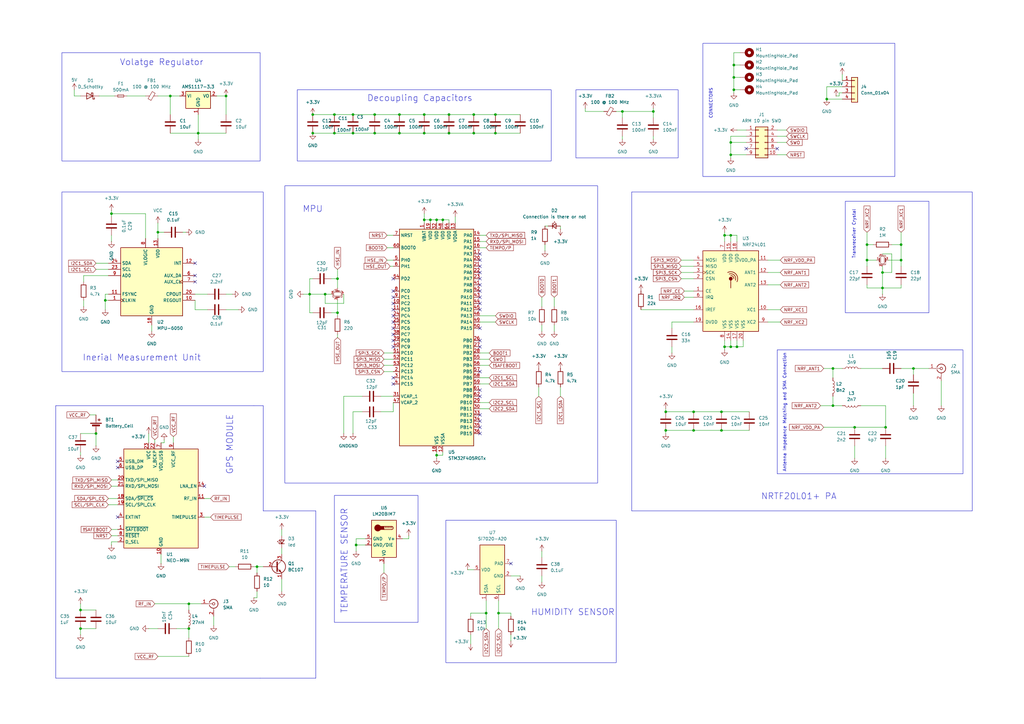
<source format=kicad_sch>
(kicad_sch (version 20231120) (generator "eeschema") (generator_version "8.0")
  (paper "A3")
  (title_block (title "Flight Computer by Jainam"))
  (lib_symbols
    (symbol "Connector:Conn_Coaxial" (pin_names (offset 1.016) hide)
      (property "Reference" "J" (at 0.254 3.048 0))
      (property "Value" "Conn_Coaxial" (at 2.921 0 90))
      (symbol "Conn_Coaxial_1_1"
        (pin passive line (at -5.08 0 0) (length 2.54) (name "In") (number "1"))
        (pin passive line (at 0 -5.08 90) (length 2.54) (name "Ext") (number "2"))
      )
    )
    (symbol "Connector_Generic:Conn_01x04" (pin_names (offset 1.016) hide)
      (property "Reference" "J" (at 0 5.08 0))
      (property "Value" "Conn_01x04" (at 0 -7.62 0))
      (symbol "Conn_01x04_1_1"
        (pin passive line (at -5.08 2.54 0) (length 3.81) (name "Pin_1") (number "1"))
        (pin passive line (at -5.08 0 0) (length 3.81) (name "Pin_2") (number "2"))
        (pin passive line (at -5.08 -2.54 0) (length 3.81) (name "Pin_3") (number "3"))
        (pin passive line (at -5.08 -5.08 0) (length 3.81) (name "Pin_4") (number "4"))
      )
    )
    (symbol "Connector_Generic:Conn_02x05_Odd_Even" (pin_names (offset 1.016) hide)
      (property "Reference" "J" (at 1.27 7.62 0))
      (property "Value" "Conn_02x05_Odd_Even" (at 1.27 -7.62 0))
      (symbol "Conn_02x05_Odd_Even_1_1"
        (pin passive line (at -5.08 5.08 0) (length 3.81) (name "Pin_1") (number "1"))
        (pin passive line (at 7.62 -5.08 180) (length 3.81) (name "Pin_10") (number "10"))
        (pin passive line (at 7.62 5.08 180) (length 3.81) (name "Pin_2") (number "2"))
        (pin passive line (at -5.08 2.54 0) (length 3.81) (name "Pin_3") (number "3"))
        (pin passive line (at 7.62 2.54 180) (length 3.81) (name "Pin_4") (number "4"))
        (pin passive line (at -5.08 0 0) (length 3.81) (name "Pin_5") (number "5"))
        (pin passive line (at 7.62 0 180) (length 3.81) (name "Pin_6") (number "6"))
        (pin passive line (at -5.08 -2.54 0) (length 3.81) (name "Pin_7") (number "7"))
        (pin passive line (at 7.62 -2.54 180) (length 3.81) (name "Pin_8") (number "8"))
        (pin passive line (at -5.08 -5.08 0) (length 3.81) (name "Pin_9") (number "9"))
      )
    )
    (symbol "Device:Battery_Cell" (pin_numbers hide) (pin_names (offset 0) hide)
      (property "Reference" "BT" (at 2.54 2.54 0))
      (property "Value" "Battery_Cell" (at 2.54 0 0))
      (symbol "Battery_Cell_1_1"
        (pin passive line (at 0 5.08 270) (length 2.54) (name "+") (number "1"))
        (pin passive line (at 0 -2.54 90) (length 2.54) (name "-") (number "2"))
      )
    )
    (symbol "Device:C" (pin_numbers hide) (pin_names (offset 0.254))
      (property "Reference" "C" (at 0.635 2.54 0))
      (property "Value" "C" (at 0.635 -2.54 0))
      (symbol "C_1_1"
        (pin passive line (at 0 3.81 270) (length 2.794) (name "~") (number "1"))
        (pin passive line (at 0 -3.81 90) (length 2.794) (name "~") (number "2"))
      )
    )
    (symbol "Device:Crystal_GND24_Small" (pin_names (offset 1.016) hide)
      (property "Reference" "Y" (at 1.27 4.445 0))
      (property "Value" "Crystal_GND24_Small" (at 1.27 2.54 0))
      (symbol "Crystal_GND24_Small_1_1"
        (pin passive line (at -2.54 0 0) (length 1.27) (name "1") (number "1"))
        (pin passive line (at 0 -2.54 90) (length 0.635) (name "2") (number "2"))
        (pin passive line (at 2.54 0 180) (length 1.27) (name "3") (number "3"))
        (pin passive line (at 0 2.54 270) (length 0.635) (name "4") (number "4"))
      )
    )
    (symbol "Device:D_Schottky" (pin_numbers hide) (pin_names (offset 1.016) hide)
      (property "Reference" "D" (at 0 2.54 0))
      (property "Value" "D_Schottky" (at 0 -2.54 0))
      (symbol "D_Schottky_1_1"
        (pin passive line (at -3.81 0 0) (length 2.54) (name "K") (number "1"))
        (pin passive line (at 3.81 0 180) (length 2.54) (name "A") (number "2"))
      )
    )
    (symbol "Device:FerriteBead_Small" (pin_numbers hide) (pin_names (offset 0))
      (property "Reference" "FB" (at 1.905 1.27 0))
      (property "Value" "FerriteBead_Small" (at 1.905 -1.27 0))
      (symbol "FerriteBead_Small_1_1"
        (pin passive line (at 0 2.54 270) (length 1.27) (name "~") (number "1"))
        (pin passive line (at 0 -2.54 90) (length 1.27) (name "~") (number "2"))
      )
    )
    (symbol "Device:Fuse_Small" (pin_numbers hide) (pin_names (offset 0.254) hide)
      (property "Reference" "F" (at 0 -1.524 0))
      (property "Value" "Fuse_Small" (at 0 1.524 0))
      (symbol "Fuse_Small_1_1"
        (pin passive line (at -2.54 0 0) (length 1.27) (name "~") (number "1"))
        (pin passive line (at 2.54 0 180) (length 1.27) (name "~") (number "2"))
      )
    )
    (symbol "Device:L" (pin_numbers hide) (pin_names (offset 1.016) hide)
      (property "Reference" "L" (at -1.27 0 90))
      (property "Value" "L" (at 1.905 0 90))
      (symbol "L_1_1"
        (pin passive line (at 0 3.81 270) (length 1.27) (name "1") (number "1"))
        (pin passive line (at 0 -3.81 90) (length 1.27) (name "2") (number "2"))
      )
    )
    (symbol "Device:LED_Small" (pin_numbers hide) (pin_names (offset 0.254) hide)
      (property "Reference" "D" (at -1.27 3.175 0))
      (property "Value" "LED_Small" (at -4.445 -2.54 0))
      (symbol "LED_Small_1_1"
        (pin passive line (at -2.54 0 0) (length 1.778) (name "K") (number "1"))
        (pin passive line (at 2.54 0 180) (length 1.778) (name "A") (number "2"))
      )
    )
    (symbol "Device:R" (pin_numbers hide) (pin_names (offset 0))
      (property "Reference" "R" (at 2.032 0 90))
      (property "Value" "R" (at 0 0 90))
      (symbol "R_1_1"
        (pin passive line (at 0 3.81 270) (length 1.27) (name "~") (number "1"))
        (pin passive line (at 0 -3.81 90) (length 1.27) (name "~") (number "2"))
      )
    )
    (symbol "MCU_ST_STM32F4:STM32F405RGTx"
      (property "Reference" "U" (at -15.24 46.99 0))
      (property "Value" "STM32F405RGTx" (at 10.16 46.99 0))
      (symbol "STM32F405RGTx_1_1"
        (pin power_in line (at -5.08 48.26 270) (length 2.54) (name "VBAT") (number "1"))
        (pin bidirectional line (at -17.78 15.24 0) (length 2.54) (name "PC2") (number "10"))
        (pin bidirectional line (at -17.78 12.7 0) (length 2.54) (name "PC3") (number "11"))
        (pin power_in line (at 2.54 -45.72 90) (length 2.54) (name "VSSA") (number "12"))
        (pin power_in line (at 7.62 48.26 270) (length 2.54) (name "VDDA") (number "13"))
        (pin bidirectional line (at 17.78 43.18 180) (length 2.54) (name "PA0") (number "14"))
        (pin bidirectional line (at 17.78 40.64 180) (length 2.54) (name "PA1") (number "15"))
        (pin bidirectional line (at 17.78 38.1 180) (length 2.54) (name "PA2") (number "16"))
        (pin bidirectional line (at 17.78 35.56 180) (length 2.54) (name "PA3") (number "17"))
        (pin power_in line (at 0 -45.72 90) (length 2.54) (name "VSS") (number "18"))
        (pin power_in line (at -2.54 48.26 270) (length 2.54) (name "VDD") (number "19"))
        (pin bidirectional line (at -17.78 -12.7 0) (length 2.54) (name "PC13") (number "2"))
        (pin bidirectional line (at 17.78 33.02 180) (length 2.54) (name "PA4") (number "20"))
        (pin bidirectional line (at 17.78 30.48 180) (length 2.54) (name "PA5") (number "21"))
        (pin bidirectional line (at 17.78 27.94 180) (length 2.54) (name "PA6") (number "22"))
        (pin bidirectional line (at 17.78 25.4 180) (length 2.54) (name "PA7") (number "23"))
        (pin bidirectional line (at -17.78 10.16 0) (length 2.54) (name "PC4") (number "24"))
        (pin bidirectional line (at -17.78 7.62 0) (length 2.54) (name "PC5") (number "25"))
        (pin bidirectional line (at 17.78 0 180) (length 2.54) (name "PB0") (number "26"))
        (pin bidirectional line (at 17.78 -2.54 180) (length 2.54) (name "PB1") (number "27"))
        (pin bidirectional line (at 17.78 -5.08 180) (length 2.54) (name "PB2") (number "28"))
        (pin bidirectional line (at 17.78 -25.4 180) (length 2.54) (name "PB10") (number "29"))
        (pin bidirectional line (at -17.78 -15.24 0) (length 2.54) (name "PC14") (number "3"))
        (pin bidirectional line (at 17.78 -27.94 180) (length 2.54) (name "PB11") (number "30"))
        (pin power_out line (at -17.78 -22.86 0) (length 2.54) (name "VCAP_1") (number "31"))
        (pin power_in line (at 0 48.26 270) (length 2.54) (name "VDD") (number "32"))
        (pin bidirectional line (at 17.78 -30.48 180) (length 2.54) (name "PB12") (number "33"))
        (pin bidirectional line (at 17.78 -33.02 180) (length 2.54) (name "PB13") (number "34"))
        (pin bidirectional line (at 17.78 -35.56 180) (length 2.54) (name "PB14") (number "35"))
        (pin bidirectional line (at 17.78 -38.1 180) (length 2.54) (name "PB15") (number "36"))
        (pin bidirectional line (at -17.78 5.08 0) (length 2.54) (name "PC6") (number "37"))
        (pin bidirectional line (at -17.78 2.54 0) (length 2.54) (name "PC7") (number "38"))
        (pin bidirectional line (at -17.78 0 0) (length 2.54) (name "PC8") (number "39"))
        (pin bidirectional line (at -17.78 -17.78 0) (length 2.54) (name "PC15") (number "4"))
        (pin bidirectional line (at -17.78 -2.54 0) (length 2.54) (name "PC9") (number "40"))
        (pin bidirectional line (at 17.78 22.86 180) (length 2.54) (name "PA8") (number "41"))
        (pin bidirectional line (at 17.78 20.32 180) (length 2.54) (name "PA9") (number "42"))
        (pin bidirectional line (at 17.78 17.78 180) (length 2.54) (name "PA10") (number "43"))
        (pin bidirectional line (at 17.78 15.24 180) (length 2.54) (name "PA11") (number "44"))
        (pin bidirectional line (at 17.78 12.7 180) (length 2.54) (name "PA12") (number "45"))
        (pin bidirectional line (at 17.78 10.16 180) (length 2.54) (name "PA13") (number "46"))
        (pin power_out line (at -17.78 -25.4 0) (length 2.54) (name "VCAP_2") (number "47"))
        (pin power_in line (at 2.54 48.26 270) (length 2.54) (name "VDD") (number "48"))
        (pin bidirectional line (at 17.78 7.62 180) (length 2.54) (name "PA14") (number "49"))
        (pin bidirectional line (at -17.78 33.02 0) (length 2.54) (name "PH0") (number "5"))
        (pin bidirectional line (at 17.78 5.08 180) (length 2.54) (name "PA15") (number "50"))
        (pin bidirectional line (at -17.78 -5.08 0) (length 2.54) (name "PC10") (number "51"))
        (pin bidirectional line (at -17.78 -7.62 0) (length 2.54) (name "PC11") (number "52"))
        (pin bidirectional line (at -17.78 -10.16 0) (length 2.54) (name "PC12") (number "53"))
        (pin bidirectional line (at -17.78 25.4 0) (length 2.54) (name "PD2") (number "54"))
        (pin bidirectional line (at 17.78 -7.62 180) (length 2.54) (name "PB3") (number "55"))
        (pin bidirectional line (at 17.78 -10.16 180) (length 2.54) (name "PB4") (number "56"))
        (pin bidirectional line (at 17.78 -12.7 180) (length 2.54) (name "PB5") (number "57"))
        (pin bidirectional line (at 17.78 -15.24 180) (length 2.54) (name "PB6") (number "58"))
        (pin bidirectional line (at 17.78 -17.78 180) (length 2.54) (name "PB7") (number "59"))
        (pin bidirectional line (at -17.78 30.48 0) (length 2.54) (name "PH1") (number "6"))
        (pin input line (at -17.78 38.1 0) (length 2.54) (name "BOOT0") (number "60"))
        (pin bidirectional line (at 17.78 -20.32 180) (length 2.54) (name "PB8") (number "61"))
        (pin bidirectional line (at 17.78 -22.86 180) (length 2.54) (name "PB9") (number "62"))
        (pin passive line (at 0 -45.72 90) (length 2.54) hide (name "VSS") (number "63"))
        (pin power_in line (at 5.08 48.26 270) (length 2.54) (name "VDD") (number "64"))
        (pin input line (at -17.78 43.18 0) (length 2.54) (name "NRST") (number "7"))
        (pin bidirectional line (at -17.78 20.32 0) (length 2.54) (name "PC0") (number "8"))
        (pin bidirectional line (at -17.78 17.78 0) (length 2.54) (name "PC1") (number "9"))
      )
    )
    (symbol "Mechanical:MountingHole_Pad" (pin_numbers hide) (pin_names (offset 1.016) hide) (exclude_from_sim yes) (in_bom no)
      (property "Reference" "H" (at 0 6.35 0))
      (property "Value" "MountingHole_Pad" (at 0 4.445 0))
      (symbol "MountingHole_Pad_1_1"
        (pin input line (at 0 -2.54 90) (length 2.54) (name "1") (number "1"))
      )
    )
    (symbol "RF:NRF24L01" (pin_names (offset 1.016))
      (property "Reference" "U" (at -11.43 17.78 0))
      (property "Value" "NRF24L01" (at 5.08 17.78 0))
      (symbol "NRF24L01_1_1"
        (pin input line (at -15.24 0 0) (length 3.81) (name "CE") (number "1"))
        (pin passive line (at 15.24 -7.62 180) (length 3.81) (name "XC1") (number "10"))
        (pin power_out line (at 15.24 12.7 180) (length 3.81) (name "VDD_PA") (number "11"))
        (pin passive line (at 15.24 7.62 180) (length 3.81) (name "ANT1") (number "12"))
        (pin passive line (at 15.24 2.54 180) (length 3.81) (name "ANT2") (number "13"))
        (pin power_in line (at 0 -20.32 90) (length 3.81) (name "VSS") (number "14"))
        (pin power_in line (at 0 20.32 270) (length 3.81) (name "VDD") (number "15"))
        (pin passive line (at -15.24 -7.62 0) (length 3.81) (name "IREF") (number "16"))
        (pin power_in line (at 2.54 -20.32 90) (length 3.81) (name "VSS") (number "17"))
        (pin power_in line (at 2.54 20.32 270) (length 3.81) (name "VDD") (number "18"))
        (pin power_out line (at -15.24 -12.7 0) (length 3.81) (name "DVDD") (number "19"))
        (pin input line (at -15.24 5.08 0) (length 3.81) (name "CSN") (number "2"))
        (pin power_in line (at 5.08 -20.32 90) (length 3.81) (name "VSS") (number "20"))
        (pin input clock (at -15.24 7.62 0) (length 3.81) (name "SCK") (number "3"))
        (pin input line (at -15.24 12.7 0) (length 3.81) (name "MOSI") (number "4"))
        (pin output line (at -15.24 10.16 0) (length 3.81) (name "MISO") (number "5"))
        (pin output line (at -15.24 -2.54 0) (length 3.81) (name "IRQ") (number "6"))
        (pin power_in line (at -2.54 20.32 270) (length 3.81) (name "VDD") (number "7"))
        (pin power_in line (at -2.54 -20.32 90) (length 3.81) (name "VSS") (number "8"))
        (pin passive line (at 15.24 -12.7 180) (length 3.81) (name "XC2") (number "9"))
      )
    )
    (symbol "RF_GPS:NEO-M9N"
      (property "Reference" "U" (at -13.97 21.59 0))
      (property "Value" "NEO-M9N" (at 11.43 21.59 0))
      (symbol "NEO-M9N_1_1"
        (pin input line (at -17.78 -12.7 0) (length 2.54) (name "~{SAFEBOOT}") (number "1"))
        (pin power_in line (at 0 -22.86 90) (length 2.54) (name "GND") (number "10"))
        (pin input line (at 17.78 0 180) (length 2.54) (name "RF_IN") (number "11"))
        (pin passive line (at 0 -22.86 90) (length 2.54) hide (name "GND") (number "12"))
        (pin passive line (at 0 -22.86 90) (length 2.54) hide (name "GND") (number "13"))
        (pin output line (at 17.78 5.08 180) (length 2.54) (name "LNA_EN") (number "14"))
        (pin no_connect line (at 15.24 -10.16 180) (length 2.54) hide (name "RESERVED") (number "15"))
        (pin no_connect line (at 15.24 -12.7 180) (length 2.54) hide (name "RESERVED") (number "16"))
        (pin no_connect line (at 15.24 -15.24 180) (length 2.54) hide (name "RESERVED") (number "17"))
        (pin bidirectional line (at -17.78 0 0) (length 2.54) (name "SDA/~{SPI_CS}") (number "18"))
        (pin input line (at -17.78 -2.54 0) (length 2.54) (name "SCL/SPI_CLK") (number "19"))
        (pin input line (at -17.78 -17.78 0) (length 2.54) (name "D_SEL") (number "2"))
        (pin output line (at -17.78 7.62 0) (length 2.54) (name "TXD/SPI_MISO") (number "20"))
        (pin input line (at -17.78 5.08 0) (length 2.54) (name "RXD/SPI_MOSI") (number "21"))
        (pin power_in line (at -2.54 22.86 270) (length 2.54) (name "V_BCKP") (number "22"))
        (pin power_in line (at -5.08 22.86 270) (length 2.54) (name "VCC") (number "23"))
        (pin passive line (at 0 -22.86 90) (length 2.54) hide (name "GND") (number "24"))
        (pin output line (at 17.78 -7.62 180) (length 2.54) (name "TIMEPULSE") (number "3"))
        (pin input line (at -17.78 -7.62 0) (length 2.54) (name "EXTINT") (number "4"))
        (pin bidirectional line (at -17.78 15.24 0) (length 2.54) (name "USB_DM") (number "5"))
        (pin bidirectional line (at -17.78 12.7 0) (length 2.54) (name "USB_DP") (number "6"))
        (pin power_in line (at 0 22.86 270) (length 2.54) (name "VDD_USB") (number "7"))
        (pin input line (at -17.78 -15.24 0) (length 2.54) (name "~{RESET}") (number "8"))
        (pin power_out line (at 5.08 22.86 270) (length 2.54) (name "VCC_RF") (number "9"))
      )
    )
    (symbol "Regulator_Linear:AMS1117-3.3"
      (property "Reference" "U" (at -3.81 3.175 0))
      (property "Value" "AMS1117-3.3" (at 0 3.175 0))
      (symbol "AMS1117-3.3_1_1"
        (pin power_in line (at 0 -7.62 90) (length 2.54) (name "GND") (number "1"))
        (pin power_out line (at 7.62 0 180) (length 2.54) (name "VO") (number "2"))
        (pin power_in line (at -7.62 0 0) (length 2.54) (name "VI") (number "3"))
      )
    )
    (symbol "Sensor_Humidity:Si7020-A20"
      (property "Reference" "U" (at -5.08 7.62 0))
      (property "Value" "Si7020-A20" (at -10.16 10.16 0))
      (symbol "Si7020-A20_1_1"
        (pin bidirectional line (at -12.7 2.54 0) (length 2.54) (name "SDA") (number "1"))
        (pin power_in line (at -2.54 -7.62 90) (length 2.54) (name "GND") (number "2"))
        (pin no_connect line (at 10.16 2.54 180) (length 2.54) hide (name "NC") (number "3"))
        (pin no_connect line (at 10.16 -2.54 180) (length 2.54) hide (name "NC") (number "4"))
        (pin power_in line (at 0 7.62 270) (length 2.54) (name "VDD") (number "5"))
        (pin input line (at -12.7 -2.54 0) (length 2.54) (name "SCL") (number "6"))
        (pin passive line (at 2.54 -7.62 90) (length 2.54) (name "PAD") (number "7"))
      )
    )
    (symbol "Sensor_Motion:MPU-6050"
      (property "Reference" "U" (at -11.43 13.97 0))
      (property "Value" "MPU-6050" (at 7.62 -15.24 0))
      (symbol "MPU-6050_0_0"
        (text "" (at 12.7 -2.54 0) (effects (font (size 1.27 1.27))))
      )
      (symbol "MPU-6050_1_1"
        (pin input clock (at -17.78 -7.62 0) (length 5.08) (name "CLKIN") (number "1"))
        (pin passive line (at 17.78 -7.62 180) (length 5.08) (name "REGOUT") (number "10"))
        (pin input line (at -17.78 -5.08 0) (length 5.08) (name "FSYNC") (number "11"))
        (pin output line (at 17.78 7.62 180) (length 5.08) (name "INT") (number "12"))
        (pin power_in line (at 2.54 17.78 270) (length 3.81) (name "VDD") (number "13"))
        (pin no_connect line (at -12.7 -10.16 0) (length 2.54) hide (name "NC") (number "14"))
        (pin no_connect line (at 12.7 12.7 180) (length 2.54) hide (name "NC") (number "15"))
        (pin no_connect line (at 12.7 10.16 180) (length 2.54) hide (name "NC") (number "16"))
        (pin no_connect line (at 12.7 5.08 180) (length 2.54) hide (name "NC") (number "17"))
        (pin power_in line (at 0 -17.78 90) (length 3.81) (name "GND") (number "18"))
        (pin no_connect line (at 12.7 -10.16 180) (length 2.54) hide (name "RESV") (number "19"))
        (pin no_connect line (at -12.7 12.7 0) (length 2.54) hide (name "NC") (number "2"))
        (pin passive line (at 17.78 -5.08 180) (length 5.08) (name "CPOUT") (number "20"))
        (pin no_connect line (at 12.7 -2.54 180) (length 2.54) hide (name "RESV") (number "21"))
        (pin no_connect line (at 12.7 -12.7 180) (length 2.54) hide (name "RESV") (number "22"))
        (pin input line (at -17.78 5.08 0) (length 5.08) (name "SCL") (number "23"))
        (pin bidirectional line (at -17.78 7.62 0) (length 5.08) (name "SDA") (number "24"))
        (pin no_connect line (at -12.7 10.16 0) (length 2.54) hide (name "NC") (number "3"))
        (pin no_connect line (at -12.7 0 0) (length 2.54) hide (name "NC") (number "4"))
        (pin no_connect line (at -12.7 -2.54 0) (length 2.54) hide (name "NC") (number "5"))
        (pin bidirectional line (at 17.78 2.54 180) (length 5.08) (name "AUX_DA") (number "6"))
        (pin output clock (at 17.78 0 180) (length 5.08) (name "AUX_CL") (number "7"))
        (pin power_in line (at -2.54 17.78 270) (length 3.81) (name "VLOGIC") (number "8"))
        (pin input line (at -17.78 2.54 0) (length 5.08) (name "AD0") (number "9"))
      )
    )
    (symbol "Sensor_Temperature:LM20BIM7"
      (property "Reference" "U" (at -6.35 6.35 0))
      (property "Value" "LM20BIM7" (at 1.27 6.35 0))
      (symbol "LM20BIM7_1_1"
        (pin no_connect line (at 5.08 -5.08 90) (length 2.54) hide (name "NC") (number "1"))
        (pin passive line (at 2.54 -7.62 90) (length 2.54) (name "GND/DIE") (number "2"))
        (pin output line (at 10.16 0 180) (length 2.54) (name "VO") (number "3"))
        (pin power_in line (at 0 7.62 270) (length 2.54) (name "V+") (number "4"))
        (pin power_in line (at 0 -7.62 90) (length 2.54) (name "GND") (number "5"))
      )
    )
    (symbol "Transistor_BJT:BC140" (pin_names (offset 0) hide)
      (property "Reference" "Q" (at 5.08 1.905 0))
      (property "Value" "BC140" (at 5.08 0 0))
      (symbol "BC140_1_1"
        (pin passive line (at 2.54 -5.08 90) (length 2.54) (name "E") (number "1"))
        (pin passive line (at -5.08 0 0) (length 5.715) (name "B") (number "2"))
        (pin passive line (at 2.54 5.08 270) (length 2.54) (name "C") (number "3"))
      )
    )
    (symbol "power:+3.3V" (power) (pin_numbers hide) (pin_names (offset 0) hide)
      (property "Value" "+3.3V" (at 0 3.556 0))
      (symbol "+3.3V_1_1"
        (pin power_in line (at 0 0 90) (length 0) (name "~") (number "1"))
      )
    )
    (symbol "power:+3.3VA" (power) (pin_numbers hide) (pin_names (offset 0) hide)
      (property "Value" "+3.3VA" (at 0 3.556 0))
      (symbol "+3.3VA_1_1"
        (pin power_in line (at 0 0 90) (length 0) (name "~") (number "1"))
      )
    )
    (symbol "power:GND" (power) (pin_numbers hide) (pin_names (offset 0) hide)
      (property "Value" "GND" (at 0 -3.81 0))
      (symbol "GND_1_1"
        (pin power_in line (at 0 0 270) (length 0) (name "~") (number "1"))
      )
    )
    (symbol "power:VCC" (power) (pin_numbers hide) (pin_names (offset 0) hide)
      (property "Value" "VCC" (at 0 3.556 0))
      (symbol "VCC_1_1"
        (pin power_in line (at 0 0 90) (length 0) (name "~") (number "1"))
      )
    )
    (symbol "power:VDD" (power) (pin_numbers hide) (pin_names (offset 0) hide)
      (property "Value" "VDD" (at 0 3.556 0))
      (symbol "VDD_1_1"
        (pin power_in line (at 0 0 90) (length 0) (name "~") (number "1"))
      )
    )
  )
  (junction (at 300.99 31.75))
  (junction (at 173.99 90.17))
  (junction (at 184.15 54.61))
  (junction (at 203.2 54.61))
  (junction (at 138.43 128.27))
  (junction (at 77.47 257.81))
  (junction (at 341.63 166.37))
  (junction (at 173.99 54.61))
  (junction (at 199.39 251.46))
  (junction (at 339.09 40.64))
  (junction (at 374.65 151.13))
  (junction (at 137.16 54.61))
  (junction (at 153.67 54.61))
  (junction (at 341.63 151.13))
  (junction (at 128.27 54.61))
  (junction (at 181.61 90.17))
  (junction (at 105.41 232.41))
  (junction (at 255.27 45.72))
  (junction (at 369.57 100.33))
  (junction (at 176.53 90.17))
  (junction (at 273.05 168.91))
  (junction (at 194.31 46.99))
  (junction (at 355.6 106.68))
  (junction (at 69.85 39.37))
  (junction (at 146.05 223.52))
  (junction (at 299.72 63.5))
  (junction (at 204.47 251.46))
  (junction (at 299.72 58.42))
  (junction (at 297.18 96.52))
  (junction (at 361.95 118.11))
  (junction (at 43.18 123.19))
  (junction (at 284.48 168.91))
  (junction (at 203.2 46.99))
  (junction (at 300.99 26.67))
  (junction (at 273.05 176.53))
  (junction (at 284.48 176.53))
  (junction (at 355.6 100.33))
  (junction (at 173.99 46.99))
  (junction (at 77.47 247.65))
  (junction (at 133.35 120.65))
  (junction (at 179.07 90.17))
  (junction (at 267.97 45.72))
  (junction (at 163.83 54.61))
  (junction (at 138.43 114.3))
  (junction (at 179.07 186.69))
  (junction (at 350.52 175.26))
  (junction (at 184.15 46.99))
  (junction (at 194.31 54.61))
  (junction (at 33.02 250.19))
  (junction (at 45.72 87.63))
  (junction (at 153.67 46.99))
  (junction (at 128.27 46.99))
  (junction (at 33.02 257.81))
  (junction (at 361.95 111.76))
  (junction (at 299.72 96.52))
  (junction (at 363.22 175.26))
  (junction (at 299.72 142.24))
  (junction (at 144.78 46.99))
  (junction (at 295.91 168.91))
  (junction (at 302.26 142.24))
  (junction (at 92.71 39.37))
  (junction (at 64.77 95.25))
  (junction (at 144.78 54.61))
  (junction (at 295.91 176.53))
  (junction (at 81.28 54.61))
  (junction (at 300.99 36.83))
  (junction (at 39.37 177.8))
  (junction (at 137.16 46.99))
  (junction (at 297.18 142.24))
  (junction (at 369.57 106.68))
  (junction (at 163.83 46.99))
  (junction (at 127 120.65))
  (no_connect (at 196.85 124.46))
  (no_connect (at 196.85 152.4))
  (no_connect (at 196.85 119.38))
  (no_connect (at 196.85 109.22))
  (no_connect (at 196.85 121.92))
  (no_connect (at 48.26 191.77))
  (no_connect (at 209.55 231.14))
  (no_connect (at 161.29 124.46))
  (no_connect (at 196.85 162.56))
  (no_connect (at 161.29 134.62))
  (no_connect (at 196.85 114.3))
  (no_connect (at 161.29 142.24))
  (no_connect (at 161.29 157.48))
  (no_connect (at 196.85 177.8))
  (no_connect (at 196.85 160.02))
  (no_connect (at 196.85 127))
  (no_connect (at 161.29 137.16))
  (no_connect (at 196.85 139.7))
  (no_connect (at 196.85 111.76))
  (no_connect (at 83.82 199.39))
  (no_connect (at 306.07 60.96))
  (no_connect (at 80.01 113.03))
  (no_connect (at 196.85 172.72))
  (no_connect (at 161.29 154.94))
  (no_connect (at 161.29 114.3))
  (no_connect (at 48.26 212.09))
  (no_connect (at 161.29 121.92))
  (no_connect (at 161.29 139.7))
  (no_connect (at 161.29 129.54))
  (no_connect (at 196.85 106.68))
  (no_connect (at 80.01 115.57))
  (no_connect (at 161.29 119.38))
  (no_connect (at 80.01 107.95))
  (no_connect (at 318.77 60.96))
  (no_connect (at 196.85 175.26))
  (no_connect (at 196.85 104.14))
  (no_connect (at 196.85 142.24))
  (no_connect (at 48.26 189.23))
  (no_connect (at 196.85 134.62))
  (no_connect (at 196.85 170.18))
  (no_connect (at 196.85 116.84))
  (no_connect (at 161.29 132.08))
  (no_connect (at 161.29 127))
  (wire (pts (xy 157.48 144.78) (xy 161.29 144.78)))
  (wire (pts (xy 196.85 101.6) (xy 199.39 101.6)))
  (wire (pts (xy 167.64 219.71) (xy 167.64 220.98)))
  (wire (pts (xy 179.07 186.69) (xy 179.07 187.96)))
  (wire (pts (xy 193.04 251.46) (xy 199.39 251.46)))
  (polyline (pts (xy 104.14 166.37) (xy 107.95 166.37)))
  (wire (pts (xy 179.07 185.42) (xy 179.07 186.69)))
  (wire (pts (xy 204.47 251.46) (xy 204.47 257.81)))
  (wire (pts (xy 80.01 120.65) (xy 85.09 120.65)))
  (wire (pts (xy 252.73 45.72) (xy 255.27 45.72)))
  (wire (pts (xy 199.39 246.38) (xy 199.39 251.46)))
  (wire (pts (xy 62.23 133.35) (xy 62.23 135.89)))
  (wire (pts (xy 299.72 96.52) (xy 297.18 96.52)))
  (wire (pts (xy 138.43 114.3) (xy 138.43 118.11)))
  (wire (pts (xy 80.01 127) (xy 85.09 127)))
  (wire (pts (xy 160.02 109.22) (xy 161.29 109.22)))
  (wire (pts (xy 138.43 123.19) (xy 138.43 128.27)))
  (wire (pts (xy 361.95 109.22) (xy 361.95 111.76)))
  (wire (pts (xy 63.5 180.34) (xy 63.5 181.61)))
  (wire (pts (xy 240.03 44.45) (xy 240.03 45.72)))
  (wire (pts (xy 302.26 99.06) (xy 302.26 96.52)))
  (wire (pts (xy 179.07 91.44) (xy 179.07 90.17)))
  (wire (pts (xy 337.82 175.26) (xy 350.52 175.26)))
  (wire (pts (xy 45.72 196.85) (xy 48.26 196.85)))
  (wire (pts (xy 344.17 38.1) (xy 345.44 38.1)))
  (wire (pts (xy 40.64 39.37) (xy 46.99 39.37)))
  (wire (pts (xy 300.99 26.67) (xy 303.53 26.67)))
  (polyline (pts (xy 22.86 166.37) (xy 22.86 278.13)))
  (wire (pts (xy 157.48 231.14) (xy 157.48 234.95)))
  (wire (pts (xy 176.53 91.44) (xy 176.53 90.17)))
  (wire (pts (xy 59.69 87.63) (xy 45.72 87.63)))
  (wire (pts (xy 273.05 177.8) (xy 273.05 176.53)))
  (wire (pts (xy 33.02 247.65) (xy 33.02 250.19)))
  (wire (pts (xy 284.48 132.08) (xy 275.59 132.08)))
  (wire (pts (xy 302.26 96.52) (xy 299.72 96.52)))
  (wire (pts (xy 45.72 222.25) (xy 45.72 223.52)))
  (wire (pts (xy 369.57 118.11) (xy 361.95 118.11)))
  (wire (pts (xy 299.72 139.7) (xy 299.72 142.24)))
  (wire (pts (xy 209.55 236.22) (xy 213.36 236.22)))
  (wire (pts (xy 33.02 39.37) (xy 30.48 39.37)))
  (wire (pts (xy 194.31 54.61) (xy 203.2 54.61)))
  (wire (pts (xy 355.6 100.33) (xy 355.6 106.68)))
  (wire (pts (xy 196.85 157.48) (xy 200.66 157.48)))
  (wire (pts (xy 127 128.27) (xy 127 120.65)))
  (wire (pts (xy 181.61 186.69) (xy 179.07 186.69)))
  (wire (pts (xy 369.57 106.68) (xy 369.57 100.33)))
  (wire (pts (xy 184.15 54.61) (xy 194.31 54.61)))
  (wire (pts (xy 364.49 106.68) (xy 369.57 106.68)))
  (wire (pts (xy 66.04 227.33) (xy 66.04 231.14)))
  (wire (pts (xy 81.28 54.61) (xy 81.28 57.15)))
  (wire (pts (xy 284.48 176.53) (xy 295.91 176.53)))
  (wire (pts (xy 280.67 119.38) (xy 284.48 119.38)))
  (wire (pts (xy 280.67 121.92) (xy 284.48 121.92)))
  (wire (pts (xy 295.91 176.53) (xy 307.34 176.53)))
  (wire (pts (xy 284.48 168.91) (xy 295.91 168.91)))
  (wire (pts (xy 30.48 39.37) (xy 30.48 36.83)))
  (wire (pts (xy 299.72 63.5) (xy 306.07 63.5)))
  (wire (pts (xy 72.39 257.81) (xy 77.47 257.81)))
  (wire (pts (xy 135.89 120.65) (xy 133.35 120.65)))
  (wire (pts (xy 144.78 54.61) (xy 153.67 54.61)))
  (wire (pts (xy 173.99 54.61) (xy 184.15 54.61)))
  (wire (pts (xy 138.43 114.3) (xy 135.89 114.3)))
  (polyline (pts (xy 129.54 209.55) (xy 129.54 278.13)))
  (wire (pts (xy 196.85 99.06) (xy 199.39 99.06)))
  (wire (pts (xy 39.37 110.49) (xy 44.45 110.49)))
  (wire (pts (xy 369.57 100.33) (xy 365.76 100.33)))
  (polyline (pts (xy 106.68 278.13) (xy 22.86 278.13)))
  (wire (pts (xy 227.33 133.35) (xy 227.33 135.89)))
  (wire (pts (xy 93.98 232.41) (xy 96.52 232.41)))
  (wire (pts (xy 267.97 44.45) (xy 267.97 45.72)))
  (wire (pts (xy 105.41 242.57) (xy 105.41 245.11)))
  (wire (pts (xy 36.83 170.18) (xy 39.37 170.18)))
  (wire (pts (xy 350.52 175.26) (xy 363.22 175.26)))
  (wire (pts (xy 267.97 55.88) (xy 267.97 57.15)))
  (wire (pts (xy 69.85 39.37) (xy 69.85 46.99)))
  (wire (pts (xy 297.18 95.25) (xy 297.18 96.52)))
  (wire (pts (xy 355.6 118.11) (xy 361.95 118.11)))
  (wire (pts (xy 255.27 45.72) (xy 255.27 48.26)))
  (wire (pts (xy 303.53 21.59) (xy 300.99 21.59)))
  (wire (pts (xy 314.96 106.68) (xy 320.04 106.68)))
  (wire (pts (xy 299.72 142.24) (xy 302.26 142.24)))
  (wire (pts (xy 184.15 91.44) (xy 184.15 90.17)))
  (wire (pts (xy 179.07 90.17) (xy 176.53 90.17)))
  (polyline (pts (xy 107.95 166.37) (xy 107.95 209.55)))
  (wire (pts (xy 193.04 252.73) (xy 193.04 251.46)))
  (wire (pts (xy 45.72 96.52) (xy 45.72 99.06)))
  (wire (pts (xy 173.99 90.17) (xy 173.99 91.44)))
  (wire (pts (xy 67.31 180.34) (xy 67.31 181.61)))
  (wire (pts (xy 341.63 166.37) (xy 345.44 166.37)))
  (wire (pts (xy 355.6 106.68) (xy 355.6 109.22)))
  (wire (pts (xy 341.63 162.56) (xy 341.63 166.37)))
  (wire (pts (xy 69.85 54.61) (xy 81.28 54.61)))
  (wire (pts (xy 64.77 269.24) (xy 77.47 269.24)))
  (wire (pts (xy 34.29 113.03) (xy 44.45 113.03)))
  (wire (pts (xy 107.95 232.41) (xy 105.41 232.41)))
  (wire (pts (xy 44.45 204.47) (xy 48.26 204.47)))
  (wire (pts (xy 44.45 120.65) (xy 43.18 120.65)))
  (wire (pts (xy 128.27 54.61) (xy 137.16 54.61)))
  (wire (pts (xy 59.69 97.79) (xy 59.69 87.63)))
  (wire (pts (xy 279.4 111.76) (xy 284.48 111.76)))
  (wire (pts (xy 196.85 165.1) (xy 200.66 165.1)))
  (wire (pts (xy 69.85 39.37) (xy 73.66 39.37)))
  (wire (pts (xy 45.72 199.39) (xy 48.26 199.39)))
  (wire (pts (xy 314.96 116.84) (xy 320.04 116.84)))
  (wire (pts (xy 300.99 21.59) (xy 300.99 26.67)))
  (wire (pts (xy 337.82 151.13) (xy 341.63 151.13)))
  (wire (pts (xy 255.27 55.88) (xy 255.27 57.15)))
  (wire (pts (xy 353.06 151.13) (xy 361.95 151.13)))
  (wire (pts (xy 158.75 106.68) (xy 161.29 106.68)))
  (wire (pts (xy 299.72 64.77) (xy 299.72 63.5)))
  (wire (pts (xy 353.06 166.37) (xy 363.22 166.37)))
  (wire (pts (xy 77.47 257.81) (xy 77.47 261.62)))
  (wire (pts (xy 146.05 223.52) (xy 149.86 223.52)))
  (wire (pts (xy 299.72 55.88) (xy 299.72 58.42)))
  (wire (pts (xy 64.77 91.44) (xy 64.77 95.25)))
  (wire (pts (xy 196.85 144.78) (xy 200.66 144.78)))
  (wire (pts (xy 222.25 121.92) (xy 222.25 125.73)))
  (wire (pts (xy 157.48 152.4) (xy 161.29 152.4)))
  (wire (pts (xy 144.78 46.99) (xy 153.67 46.99)))
  (wire (pts (xy 300.99 31.75) (xy 303.53 31.75)))
  (wire (pts (xy 157.48 147.32) (xy 161.29 147.32)))
  (wire (pts (xy 302.26 142.24) (xy 304.8 142.24)))
  (polyline (pts (xy 129.54 278.13) (xy 106.68 278.13)))
  (wire (pts (xy 115.57 237.49) (xy 115.57 242.57)))
  (wire (pts (xy 204.47 246.38) (xy 204.47 251.46)))
  (wire (pts (xy 67.31 181.61) (xy 66.04 181.61)))
  (wire (pts (xy 203.2 54.61) (xy 213.36 54.61)))
  (polyline (pts (xy 107.95 209.55) (xy 129.54 209.55)))
  (wire (pts (xy 374.65 161.29) (xy 374.65 166.37)))
  (wire (pts (xy 342.9 39.37) (xy 344.17 39.37)))
  (wire (pts (xy 300.99 31.75) (xy 300.99 36.83)))
  (wire (pts (xy 167.64 220.98) (xy 165.1 220.98)))
  (wire (pts (xy 369.57 116.84) (xy 369.57 118.11)))
  (wire (pts (xy 374.65 151.13) (xy 381 151.13)))
  (wire (pts (xy 318.77 58.42) (xy 322.58 58.42)))
  (wire (pts (xy 105.41 232.41) (xy 104.14 232.41)))
  (wire (pts (xy 133.35 124.46) (xy 133.35 120.65)))
  (wire (pts (xy 87.63 252.73) (xy 87.63 256.54)))
  (wire (pts (xy 48.26 222.25) (xy 45.72 222.25)))
  (wire (pts (xy 45.72 217.17) (xy 48.26 217.17)))
  (wire (pts (xy 64.77 95.25) (xy 64.77 97.79)))
  (wire (pts (xy 33.02 257.81) (xy 39.37 257.81)))
  (wire (pts (xy 273.05 176.53) (xy 284.48 176.53)))
  (wire (pts (xy 163.83 46.99) (xy 173.99 46.99)))
  (wire (pts (xy 365.76 104.14) (xy 365.76 111.76)))
  (wire (pts (xy 34.29 115.57) (xy 34.29 113.03)))
  (wire (pts (xy 196.85 129.54) (xy 203.2 129.54)))
  (wire (pts (xy 128.27 114.3) (xy 127 114.3)))
  (polyline (pts (xy 22.86 166.37) (xy 104.14 166.37)))
  (wire (pts (xy 314.96 111.76) (xy 320.04 111.76)))
  (wire (pts (xy 361.95 111.76) (xy 361.95 118.11)))
  (wire (pts (xy 275.59 132.08) (xy 275.59 134.62)))
  (wire (pts (xy 44.45 207.01) (xy 48.26 207.01)))
  (wire (pts (xy 369.57 151.13) (xy 374.65 151.13)))
  (wire (pts (xy 45.72 87.63) (xy 45.72 88.9)))
  (wire (pts (xy 279.4 109.22) (xy 284.48 109.22)))
  (wire (pts (xy 140.97 124.46) (xy 133.35 124.46)))
  (wire (pts (xy 77.47 247.65) (xy 82.55 247.65)))
  (wire (pts (xy 339.09 35.56) (xy 339.09 40.64)))
  (wire (pts (xy 105.41 245.11) (xy 104.14 245.11)))
  (wire (pts (xy 297.18 139.7) (xy 297.18 142.24)))
  (wire (pts (xy 137.16 54.61) (xy 144.78 54.61)))
  (wire (pts (xy 138.43 129.54) (xy 138.43 128.27)))
  (wire (pts (xy 173.99 46.99) (xy 184.15 46.99)))
  (wire (pts (xy 224.79 92.71) (xy 223.52 92.71)))
  (wire (pts (xy 176.53 90.17) (xy 173.99 90.17)))
  (wire (pts (xy 240.03 45.72) (xy 247.65 45.72)))
  (wire (pts (xy 297.18 142.24) (xy 297.18 143.51)))
  (wire (pts (xy 229.87 158.75) (xy 229.87 162.56)))
  (wire (pts (xy 355.6 116.84) (xy 355.6 118.11)))
  (wire (pts (xy 344.17 39.37) (xy 344.17 38.1)))
  (wire (pts (xy 341.63 151.13) (xy 345.44 151.13)))
  (wire (pts (xy 302.26 53.34) (xy 306.07 53.34)))
  (wire (pts (xy 267.97 45.72) (xy 255.27 45.72)))
  (wire (pts (xy 355.6 95.25) (xy 355.6 100.33)))
  (wire (pts (xy 222.25 133.35) (xy 222.25 135.89)))
  (wire (pts (xy 196.85 167.64) (xy 200.66 167.64)))
  (wire (pts (xy 336.55 166.37) (xy 341.63 166.37)))
  (wire (pts (xy 306.07 55.88) (xy 299.72 55.88)))
  (wire (pts (xy 220.98 158.75) (xy 220.98 162.56)))
  (wire (pts (xy 63.5 247.65) (xy 77.47 247.65)))
  (wire (pts (xy 262.89 127) (xy 284.48 127)))
  (wire (pts (xy 297.18 96.52) (xy 297.18 99.06)))
  (wire (pts (xy 80.01 123.19) (xy 80.01 127)))
  (wire (pts (xy 45.72 86.36) (xy 45.72 87.63)))
  (wire (pts (xy 196.85 154.94) (xy 200.66 154.94)))
  (wire (pts (xy 127 120.65) (xy 124.46 120.65)))
  (wire (pts (xy 33.02 185.42) (xy 33.02 186.69)))
  (wire (pts (xy 300.99 36.83) (xy 303.53 36.83)))
  (wire (pts (xy 339.09 40.64) (xy 345.44 40.64)))
  (wire (pts (xy 361.95 104.14) (xy 365.76 104.14)))
  (wire (pts (xy 137.16 46.99) (xy 144.78 46.99)))
  (wire (pts (xy 181.61 91.44) (xy 181.61 90.17)))
  (wire (pts (xy 318.77 53.34) (xy 322.58 53.34)))
  (wire (pts (xy 304.8 139.7) (xy 304.8 142.24)))
  (wire (pts (xy 33.02 250.19) (xy 39.37 250.19)))
  (wire (pts (xy 369.57 95.25) (xy 369.57 100.33)))
  (wire (pts (xy 273.05 168.91) (xy 284.48 168.91)))
  (wire (pts (xy 350.52 182.88) (xy 350.52 187.96)))
  (wire (pts (xy 81.28 46.99) (xy 81.28 54.61)))
  (wire (pts (xy 355.6 100.33) (xy 358.14 100.33)))
  (wire (pts (xy 163.83 54.61) (xy 173.99 54.61)))
  (wire (pts (xy 181.61 90.17) (xy 179.07 90.17)))
  (wire (pts (xy 196.85 149.86) (xy 200.66 149.86)))
  (wire (pts (xy 363.22 166.37) (xy 363.22 175.26)))
  (wire (pts (xy 161.29 165.1) (xy 161.29 168.91)))
  (wire (pts (xy 148.59 168.91) (xy 144.78 168.91)))
  (wire (pts (xy 345.44 35.56) (xy 339.09 35.56)))
  (wire (pts (xy 199.39 251.46) (xy 199.39 257.81)))
  (wire (pts (xy 318.77 55.88) (xy 322.58 55.88)))
  (wire (pts (xy 60.96 257.81) (xy 64.77 257.81)))
  (wire (pts (xy 194.31 46.99) (xy 203.2 46.99)))
  (wire (pts (xy 146.05 223.52) (xy 146.05 226.06)))
  (wire (pts (xy 115.57 217.17) (xy 115.57 219.71)))
  (wire (pts (xy 302.26 139.7) (xy 302.26 142.24)))
  (wire (pts (xy 196.85 147.32) (xy 200.66 147.32)))
  (wire (pts (xy 161.29 168.91) (xy 156.21 168.91)))
  (wire (pts (xy 71.12 179.07) (xy 71.12 181.61)))
  (wire (pts (xy 196.85 132.08) (xy 203.2 132.08)))
  (wire (pts (xy 153.67 54.61) (xy 163.83 54.61)))
  (wire (pts (xy 267.97 45.72) (xy 267.97 48.26)))
  (wire (pts (xy 299.72 58.42) (xy 299.72 63.5)))
  (wire (pts (xy 173.99 87.63) (xy 173.99 90.17)))
  (wire (pts (xy 83.82 204.47) (xy 86.36 204.47)))
  (wire (pts (xy 135.89 128.27) (xy 138.43 128.27)))
  (wire (pts (xy 115.57 224.79) (xy 115.57 227.33)))
  (wire (pts (xy 223.52 100.33) (xy 223.52 102.87)))
  (wire (pts (xy 300.99 36.83) (xy 300.99 38.1)))
  (wire (pts (xy 369.57 109.22) (xy 369.57 106.68)))
  (wire (pts (xy 140.97 162.56) (xy 140.97 177.8)))
  (wire (pts (xy 318.77 63.5) (xy 322.58 63.5)))
  (wire (pts (xy 363.22 182.88) (xy 363.22 187.96)))
  (wire (pts (xy 144.78 168.91) (xy 144.78 177.8)))
  (wire (pts (xy 34.29 123.19) (xy 34.29 125.73)))
  (wire (pts (xy 92.71 127) (xy 97.79 127)))
  (wire (pts (xy 33.02 177.8) (xy 39.37 177.8)))
  (wire (pts (xy 158.75 96.52) (xy 161.29 96.52)))
  (wire (pts (xy 60.96 177.8) (xy 60.96 181.61)))
  (wire (pts (xy 153.67 46.99) (xy 163.83 46.99)))
  (wire (pts (xy 191.77 233.68) (xy 194.31 233.68)))
  (wire (pts (xy 92.71 39.37) (xy 92.71 46.99)))
  (wire (pts (xy 52.07 39.37) (xy 59.69 39.37)))
  (wire (pts (xy 45.72 219.71) (xy 48.26 219.71)))
  (wire (pts (xy 279.4 106.68) (xy 284.48 106.68)))
  (wire (pts (xy 314.96 132.08) (xy 320.04 132.08)))
  (wire (pts (xy 222.25 236.22) (xy 222.25 238.76)))
  (wire (pts (xy 184.15 90.17) (xy 181.61 90.17)))
  (wire (pts (xy 92.71 120.65) (xy 95.25 120.65)))
  (wire (pts (xy 148.59 162.56) (xy 140.97 162.56)))
  (wire (pts (xy 128.27 46.99) (xy 137.16 46.99)))
  (wire (pts (xy 127 114.3) (xy 127 120.65)))
  (wire (pts (xy 386.08 156.21) (xy 386.08 166.37)))
  (wire (pts (xy 39.37 177.8) (xy 39.37 182.88)))
  (wire (pts (xy 39.37 107.95) (xy 44.45 107.95)))
  (wire (pts (xy 146.05 220.98) (xy 146.05 223.52)))
  (wire (pts (xy 361.95 118.11) (xy 361.95 120.65)))
  (wire (pts (xy 157.48 149.86) (xy 161.29 149.86)))
  (wire (pts (xy 44.45 123.19) (xy 43.18 123.19)))
  (wire (pts (xy 222.25 226.06) (xy 222.25 228.6)))
  (wire (pts (xy 138.43 110.49) (xy 138.43 114.3)))
  (wire (pts (xy 64.77 95.25) (xy 67.31 95.25)))
  (wire (pts (xy 33.02 257.81) (xy 33.02 260.35)))
  (wire (pts (xy 81.28 54.61) (xy 92.71 54.61)))
  (wire (pts (xy 300.99 26.67) (xy 300.99 31.75)))
  (wire (pts (xy 355.6 106.68) (xy 359.41 106.68)))
  (wire (pts (xy 345.44 30.48) (xy 345.44 33.02)))
  (wire (pts (xy 74.93 95.25) (xy 76.2 95.25)))
  (wire (pts (xy 227.33 121.92) (xy 227.33 125.73)))
  (wire (pts (xy 279.4 114.3) (xy 284.48 114.3)))
  (wire (pts (xy 43.18 120.65) (xy 43.18 123.19)))
  (wire (pts (xy 184.15 46.99) (xy 194.31 46.99)))
  (wire (pts (xy 181.61 185.42) (xy 181.61 186.69)))
  (wire (pts (xy 209.55 251.46) (xy 209.55 252.73)))
  (wire (pts (xy 299.72 142.24) (xy 297.18 142.24)))
  (wire (pts (xy 77.47 247.65) (xy 77.47 250.19)))
  (wire (pts (xy 295.91 168.91) (xy 307.34 168.91)))
  (wire (pts (xy 158.75 101.6) (xy 161.29 101.6)))
  (wire (pts (xy 299.72 99.06) (xy 299.72 96.52)))
  (wire (pts (xy 209.55 260.35) (xy 209.55 262.89)))
  (wire (pts (xy 138.43 138.43) (xy 138.43 137.16)))
  (wire (pts (xy 83.82 212.09) (xy 86.36 212.09)))
  (wire (pts (xy 374.65 151.13) (xy 374.65 153.67)))
  (wire (pts (xy 193.04 260.35) (xy 193.04 264.16)))
  (wire (pts (xy 43.18 123.19) (xy 43.18 127)))
  (wire (pts (xy 365.76 111.76) (xy 361.95 111.76)))
  (wire (pts (xy 196.85 96.52) (xy 199.39 96.52)))
  (wire (pts (xy 203.2 46.99) (xy 213.36 46.99)))
  (wire (pts (xy 204.47 251.46) (xy 209.55 251.46)))
  (wire (pts (xy 299.72 58.42) (xy 306.07 58.42)))
  (wire (pts (xy 149.86 220.98) (xy 146.05 220.98)))
  (wire (pts (xy 133.35 120.65) (xy 127 120.65)))
  (wire (pts (xy 88.9 39.37) (xy 92.71 39.37)))
  (wire (pts (xy 105.41 232.41) (xy 105.41 234.95)))
  (wire (pts (xy 275.59 142.24) (xy 275.59 144.78)))
  (wire (pts (xy 341.63 151.13) (xy 341.63 154.94)))
  (wire (pts (xy 140.97 120.65) (xy 140.97 124.46)))
  (wire (pts (xy 186.69 88.9) (xy 186.69 91.44)))
  (wire (pts (xy 161.29 162.56) (xy 156.21 162.56)))
  (wire (pts (xy 128.27 128.27) (xy 127 128.27)))
  (wire (pts (xy 314.96 127) (xy 320.04 127)))
  (wire (pts (xy 229.87 92.71) (xy 229.87 93.98)))
  (wire (pts (xy 273.05 167.64) (xy 273.05 168.91)))
  (wire (pts (xy 64.77 39.37) (xy 69.85 39.37)))
  (rectangle (start 116.84 76.2) (end 245.11 198.12))
  (rectangle (start 25.4 21.59) (end 106.68 66.04))
  (rectangle (start 346.71 82.55) (end 381 128.27))
  (rectangle (start 288.29 17.78) (end 367.03 72.39))
  (rectangle (start 236.22 36.83) (end 278.13 64.77))
  (rectangle (start 121.92 36.83) (end 226.06 66.04))
  (rectangle (start 318.77 143.51) (end 394.97 194.31))
  (rectangle (start 259.08 78.74) (end 398.78 209.55))
  (rectangle (start 137.16 203.2) (end 171.45 255.27))
  (rectangle (start 182.88 213.36) (end 252.73 271.78))
  (rectangle (start 25.4 78.74) (end 107.95 152.4))
  (text "NRTF20L01+ PA\n" (at 327.66 203.708 0) (effects (font (size 2.54 2.54))))
  (text "MPU\n" (at 128.27 85.852 0) (effects (font (size 2.54 2.54))))
  (text "TEMPERATURE SENSOR\n" (at 141.224 230.124 90) (effects (font (size 2.54 2.54))))
  (text "Volatge Regulator\n" (at 66.294 25.654 0) (effects (font (size 2.54 2.54))))
  (text "Inerial Measurement Unit\n\n" (at 58.166 148.844 0) (effects (font (size 2.54 2.54))))
  (text "Decoupling Capacitors\n" (at 172.212 40.386 0) (effects (font (size 2.54 2.54))))
  (text "GPS MODULE\n" (at 94.234 182.372 90) (effects (font (size 2.54 2.54))))
  (text "CONNECTORS" (at 291.592 42.418 90) (effects (font (size 1.27 1.27))))
  (text "Antenna Impedance Matching and SMA Connection\n" (at 321.818 169.164 90) (effects (font (size 1.27 1.27))))
  (text "HUMIDITY SENSOR\n" (at 234.95 251.206 0) (effects (font (size 2.54 2.54))))
  (text "Transreceiver Crystal\n" (at 350.266 96.012 90) (effects (font (size 1.27 1.27))))
  (global_label "BOOT1" (shape input) (at 200.66 144.78 0) (property "Intersheetrefs" "${INTERSHEET_REFS}" (effects (hide yes))))
  (global_label "SPI3_SCK" (shape input) (at 157.48 144.78 180) (property "Intersheetrefs" "${INTERSHEET_REFS}" (effects (hide yes))))
  (global_label "SPI3_MISO" (shape input) (at 279.4 109.22 180) (property "Intersheetrefs" "${INTERSHEET_REFS}" (effects (hide yes))))
  (global_label "SWDIO" (shape input) (at 322.58 53.34 0) (property "Intersheetrefs" "${INTERSHEET_REFS}" (effects (hide yes))))
  (global_label "I2C2_SDA" (shape input) (at 200.66 167.64 0) (property "Intersheetrefs" "${INTERSHEET_REFS}" (effects (hide yes))))
  (global_label "TXD{slash}SPI_MISO" (shape input) (at 199.39 96.52 0) (property "Intersheetrefs" "${INTERSHEET_REFS}" (effects (hide yes))))
  (global_label "NRF_XC1" (shape input) (at 369.57 95.25 90) (property "Intersheetrefs" "${INTERSHEET_REFS}" (effects (hide yes))))
  (global_label "SWCLK" (shape input) (at 322.58 55.88 0) (property "Intersheetrefs" "${INTERSHEET_REFS}" (effects (hide yes))))
  (global_label "HSE_OUT" (shape input) (at 160.02 109.22 180) (property "Intersheetrefs" "${INTERSHEET_REFS}" (effects (hide yes))))
  (global_label "I2C1_SDA" (shape input) (at 229.87 162.56 270) (property "Intersheetrefs" "${INTERSHEET_REFS}" (effects (hide yes))))
  (global_label "TIMEPULSE" (shape input) (at 86.36 212.09 0) (property "Intersheetrefs" "${INTERSHEET_REFS}" (effects (hide yes))))
  (global_label "I2C1_SDA" (shape input) (at 200.66 157.48 0) (property "Intersheetrefs" "${INTERSHEET_REFS}" (effects (hide yes))))
  (global_label "RF_IN" (shape input) (at 63.5 247.65 180) (property "Intersheetrefs" "${INTERSHEET_REFS}" (effects (hide yes))))
  (global_label "NRF_CE" (shape input) (at 280.67 119.38 180) (property "Intersheetrefs" "${INTERSHEET_REFS}" (effects (hide yes))))
  (global_label "HSE_IN" (shape input) (at 138.43 110.49 90) (property "Intersheetrefs" "${INTERSHEET_REFS}" (effects (hide yes))))
  (global_label "TEMPO{slash}P" (shape input) (at 199.39 101.6 0) (property "Intersheetrefs" "${INTERSHEET_REFS}" (effects (hide yes))))
  (global_label "!SAFEBOOT" (shape input) (at 200.66 149.86 0) (property "Intersheetrefs" "${INTERSHEET_REFS}" (effects (hide yes))))
  (global_label "SCL{slash}SPI_CLK" (shape input) (at 44.45 207.01 180) (property "Intersheetrefs" "${INTERSHEET_REFS}" (effects (hide yes))))
  (global_label "NRF_ANT1" (shape input) (at 320.04 111.76 0) (property "Intersheetrefs" "${INTERSHEET_REFS}" (effects (hide yes))))
  (global_label "!SAFEBOOT" (shape input) (at 45.72 217.17 180) (property "Intersheetrefs" "${INTERSHEET_REFS}" (effects (hide yes))))
  (global_label "I2C2_SCL" (shape input) (at 204.47 257.81 270) (property "Intersheetrefs" "${INTERSHEET_REFS}" (effects (hide yes))))
  (global_label "SWDIO" (shape input) (at 203.2 129.54 0) (property "Intersheetrefs" "${INTERSHEET_REFS}" (effects (hide yes))))
  (global_label "SPI3_MOSI" (shape input) (at 157.48 149.86 180) (property "Intersheetrefs" "${INTERSHEET_REFS}" (effects (hide yes))))
  (global_label "SPI3_MISO" (shape input) (at 157.48 147.32 180) (property "Intersheetrefs" "${INTERSHEET_REFS}" (effects (hide yes))))
  (global_label "BOOT0" (shape input) (at 222.25 121.92 90) (property "Intersheetrefs" "${INTERSHEET_REFS}" (effects (hide yes))))
  (global_label "NRF_XC2" (shape input) (at 320.04 132.08 0) (property "Intersheetrefs" "${INTERSHEET_REFS}" (effects (hide yes))))
  (global_label "RF_IN" (shape input) (at 86.36 204.47 0) (property "Intersheetrefs" "${INTERSHEET_REFS}" (effects (hide yes))))
  (global_label "TXD{slash}SPI_MISO" (shape input) (at 45.72 196.85 180) (property "Intersheetrefs" "${INTERSHEET_REFS}" (effects (hide yes))))
  (global_label "VCC_RF" (shape input) (at 64.77 269.24 180) (property "Intersheetrefs" "${INTERSHEET_REFS}" (effects (hide yes))))
  (global_label "I2C1_SCL" (shape input) (at 220.98 162.56 270) (property "Intersheetrefs" "${INTERSHEET_REFS}" (effects (hide yes))))
  (global_label "BOOT0" (shape input) (at 158.75 101.6 180) (property "Intersheetrefs" "${INTERSHEET_REFS}" (effects (hide yes))))
  (global_label "SPI3_SCK" (shape input) (at 279.4 111.76 180) (property "Intersheetrefs" "${INTERSHEET_REFS}" (effects (hide yes))))
  (global_label "SWO" (shape input) (at 200.66 147.32 0) (property "Intersheetrefs" "${INTERSHEET_REFS}" (effects (hide yes))))
  (global_label "RXD{slash}SPI_MOSI" (shape input) (at 45.72 199.39 180) (property "Intersheetrefs" "${INTERSHEET_REFS}" (effects (hide yes))))
  (global_label "I2C1_SDA" (shape input) (at 39.37 107.95 180) (property "Intersheetrefs" "${INTERSHEET_REFS}" (effects (hide yes))))
  (global_label "NRF_ANT2" (shape input) (at 336.55 166.37 180) (property "Intersheetrefs" "${INTERSHEET_REFS}" (effects (hide yes))))
  (global_label "TEMPO{slash}P" (shape input) (at 157.48 234.95 270) (property "Intersheetrefs" "${INTERSHEET_REFS}" (effects (hide yes))))
  (global_label "NRST" (shape input) (at 45.72 219.71 180) (property "Intersheetrefs" "${INTERSHEET_REFS}" (effects (hide yes))))
  (global_label "NRST" (shape input) (at 158.75 96.52 180) (property "Intersheetrefs" "${INTERSHEET_REFS}" (effects (hide yes))))
  (global_label "NRST" (shape input) (at 322.58 63.5 0) (property "Intersheetrefs" "${INTERSHEET_REFS}" (effects (hide yes))))
  (global_label "SDA{slash}SPI_CS" (shape input) (at 44.45 204.47 180) (property "Intersheetrefs" "${INTERSHEET_REFS}" (effects (hide yes))))
  (global_label "NRF_ANT1" (shape input) (at 337.82 151.13 180) (property "Intersheetrefs" "${INTERSHEET_REFS}" (effects (hide yes))))
  (global_label "NRF_XC1" (shape input) (at 320.04 127 0) (property "Intersheetrefs" "${INTERSHEET_REFS}" (effects (hide yes))))
  (global_label "VCC_RF" (shape input) (at 63.5 180.34 90) (property "Intersheetrefs" "${INTERSHEET_REFS}" (effects (hide yes))))
  (global_label "I2C2_SCL" (shape input) (at 200.66 165.1 0) (property "Intersheetrefs" "${INTERSHEET_REFS}" (effects (hide yes))))
  (global_label "I2C1_SCL" (shape input) (at 39.37 110.49 180) (property "Intersheetrefs" "${INTERSHEET_REFS}" (effects (hide yes))))
  (global_label "TIMEPULSE" (shape input) (at 93.98 232.41 180) (property "Intersheetrefs" "${INTERSHEET_REFS}" (effects (hide yes))))
  (global_label "NRF_VDD_PA" (shape input) (at 320.04 106.68 0) (property "Intersheetrefs" "${INTERSHEET_REFS}" (effects (hide yes))))
  (global_label "BOOT1" (shape input) (at 227.33 121.92 90) (property "Intersheetrefs" "${INTERSHEET_REFS}" (effects (hide yes))))
  (global_label "SWCLK" (shape input) (at 203.2 132.08 0) (property "Intersheetrefs" "${INTERSHEET_REFS}" (effects (hide yes))))
  (global_label "HSE_OUT" (shape input) (at 138.43 138.43 270) (property "Intersheetrefs" "${INTERSHEET_REFS}" (effects (hide yes))))
  (global_label "NRF_XC2" (shape input) (at 355.6 95.25 90) (property "Intersheetrefs" "${INTERSHEET_REFS}" (effects (hide yes))))
  (global_label "HSE_IN" (shape input) (at 158.75 106.68 180) (property "Intersheetrefs" "${INTERSHEET_REFS}" (effects (hide yes))))
  (global_label "SPI3_CSN" (shape input) (at 157.48 152.4 180) (property "Intersheetrefs" "${INTERSHEET_REFS}" (effects (hide yes))))
  (global_label "VCC_RF" (shape input) (at 71.12 179.07 90) (property "Intersheetrefs" "${INTERSHEET_REFS}" (effects (hide yes))))
  (global_label "SWO" (shape input) (at 322.58 58.42 0) (property "Intersheetrefs" "${INTERSHEET_REFS}" (effects (hide yes))))
  (global_label "NRF_IRQ" (shape input) (at 280.67 121.92 180) (property "Intersheetrefs" "${INTERSHEET_REFS}" (effects (hide yes))))
  (global_label "SPI3_CSN" (shape input) (at 279.4 114.3 180) (property "Intersheetrefs" "${INTERSHEET_REFS}" (effects (hide yes))))
  (global_label "NRF_VDD_PA" (shape input) (at 337.82 175.26 180) (property "Intersheetrefs" "${INTERSHEET_REFS}" (effects (hide yes))))
  (global_label "RXD{slash}SPI_MOSI" (shape input) (at 199.39 99.06 0) (property "Intersheetrefs" "${INTERSHEET_REFS}" (effects (hide yes))))
  (global_label "VCC_RF" (shape input) (at 36.83 170.18 180) (property "Intersheetrefs" "${INTERSHEET_REFS}" (effects (hide yes))))
  (global_label "I2C2_SDA" (shape input) (at 199.39 257.81 270) (property "Intersheetrefs" "${INTERSHEET_REFS}" (effects (hide yes))))
  (global_label "I2C1_SCL" (shape input) (at 200.66 154.94 0) (property "Intersheetrefs" "${INTERSHEET_REFS}" (effects (hide yes))))
  (global_label "SPI3_MOSI" (shape input) (at 279.4 106.68 180) (property "Intersheetrefs" "${INTERSHEET_REFS}" (effects (hide yes))))
  (global_label "NRF_ANT2" (shape input) (at 320.04 116.84 0) (property "Intersheetrefs" "${INTERSHEET_REFS}" (effects (hide yes))))
  (symbol (lib_id "Device:C") (at 68.58 257.81 270) (unit 1)
    (property "Reference" "C34" (at 69.85 250.444 0) (effects (justify left)))
    (property "Value" "10nF" (at 67.31 250.444 0) (effects (justify left)))
    (property "Footprint" "Capacitor_SMD:C_0402_1005Metric" (effects (hide yes)))
    (property "Description" "Unpolarized capacitor" (effects (hide yes)))
  )
  (symbol (lib_id "Device:C") (at 88.9 127 270) (unit 1)
    (property "Reference" "C28" (at 88.9 130.302 90))
    (property "Value" "0.1uF" (at 88.9 132.842 90))
    (property "Footprint" "Capacitor_SMD:C_0402_1005Metric" (effects (hide yes)))
    (property "Description" "Unpolarized capacitor" (effects (hide yes)))
  )
  (symbol (lib_id "Device:C") (at 365.76 151.13 270) (unit 1)
    (property "Reference" "C19" (at 367.03 143.764 0) (effects (justify left)))
    (property "Value" "1p5" (at 364.49 143.764 0) (effects (justify left)))
    (property "Footprint" "Capacitor_SMD:C_0402_1005Metric" (effects (hide yes)))
    (property "Description" "Unpolarized capacitor" (effects (hide yes)))
  )
  (symbol (lib_id "power:GND") (at 273.05 177.8 0) (unit 1)
    (property "Reference" "#PWR025" (effects (hide yes)))
    (property "Value" "GND" (at 273.05 182.88 0))
    (property "Description" "Power symbol creates a global label with name \"GND\" , ground" (effects (hide yes)))
  )
  (symbol (lib_id "Device:R") (at 77.47 265.43 0) (unit 1)
    (property "Reference" "R10" (at 80.01 264.1599 0) (effects (justify left)))
    (property "Value" "10" (at 80.01 266.6999 0) (effects (justify left)))
    (property "Footprint" "Resistor_SMD:R_0402_1005Metric" (effects (hide yes)))
    (property "Description" "Resistor" (effects (hide yes)))
  )
  (symbol (lib_id "power:+3.3V") (at 220.98 151.13 0) (unit 1)
    (property "Reference" "#PWR032" (effects (hide yes)))
    (property "Value" "+3.3V" (at 220.98 146.05 0))
    (property "Description" "Power symbol creates a global label with name \"+3.3V\"" (effects (hide yes)))
  )
  (symbol (lib_id "Device:L") (at 349.25 166.37 270) (unit 1)
    (property "Reference" "L3" (at 349.25 161.29 90))
    (property "Value" "2n7" (at 349.25 163.83 90))
    (property "Footprint" "Inductor_SMD:L_0402_1005Metric" (effects (hide yes)))
    (property "Description" "Inductor" (effects (hide yes)))
  )
  (symbol (lib_id "Device:C") (at 173.99 50.8 0) (unit 1)
    (property "Reference" "C6" (at 177.8 49.5299 0) (effects (justify left)))
    (property "Value" "100nF" (at 177.8 52.0699 0) (effects (justify left)))
    (property "Footprint" "Capacitor_SMD:C_0402_1005Metric" (effects (hide yes)))
    (property "Description" "Unpolarized capacitor" (effects (hide yes)))
  )
  (symbol (lib_id "Device:R") (at 227.33 129.54 0) (unit 1)
    (property "Reference" "R8" (at 229.87 128.2699 0) (effects (justify left)))
    (property "Value" "10k" (at 229.87 130.8099 0) (effects (justify left)))
    (property "Footprint" "Resistor_SMD:R_0402_1005Metric" (effects (hide yes)))
    (property "Description" "Resistor" (effects (hide yes)))
  )
  (symbol (lib_id "Device:R") (at 262.89 123.19 0) (unit 1)
    (property "Reference" "R1" (at 265.43 121.9199 0) (effects (justify left)))
    (property "Value" "22k" (at 265.43 124.4599 0) (effects (justify left)))
    (property "Footprint" "Resistor_SMD:R_0603_1608Metric" (effects (hide yes)))
    (property "Description" "Resistor" (effects (hide yes)))
  )
  (symbol (lib_id "power:GND") (at 45.72 99.06 0) (unit 1)
    (property "Reference" "#PWR029" (effects (hide yes)))
    (property "Value" "GND" (at 45.7201 102.87 90) (effects (justify right)))
    (property "Description" "Power symbol creates a global label with name \"GND\" , ground" (effects (hide yes)))
  )
  (symbol (lib_id "power:VCC") (at 345.44 30.48 0) (unit 1)
    (property "Reference" "#PWR067" (effects (hide yes)))
    (property "Value" "5V" (at 344.17 26.416 0) (effects (justify left)))
    (property "Description" "Power symbol creates a global label with name \"VCC\"" (effects (hide yes)))
  )
  (symbol (lib_id "Connector:Conn_Coaxial") (at 386.08 151.13 0) (unit 1)
    (property "Reference" "J2" (at 389.89 150.1531 0) (effects (justify left)))
    (property "Value" "SMA" (at 389.89 152.6931 0) (effects (justify left)))
    (property "Footprint" "Connector_Coaxial:BNC_Amphenol_031-5539_Vertical" (effects (hide yes)))
    (property "Datasheet" " ~" (effects (hide yes)))
    (property "Description" "coaxial connector (BNC, SMA, SMB, SMC, Cinch/RCA, LEMO, ...)" (effects (hide yes)))
  )
  (symbol (lib_id "Device:C") (at 92.71 50.8 0) (unit 1)
    (property "Reference" "C2" (at 96.52 49.5299 0) (effects (justify left)))
    (property "Value" "10uF" (at 96.52 52.0699 0) (effects (justify left)))
    (property "Footprint" "Capacitor_SMD:C_0805_2012Metric" (effects (hide yes)))
    (property "Description" "Unpolarized capacitor" (effects (hide yes)))
  )
  (symbol (lib_id "Device:C") (at 203.2 50.8 0) (unit 1)
    (property "Reference" "C9" (at 207.01 49.5299 0) (effects (justify left)))
    (property "Value" "100nF" (at 207.01 52.0699 0) (effects (justify left)))
    (property "Footprint" "Capacitor_SMD:C_0402_1005Metric" (effects (hide yes)))
    (property "Description" "Unpolarized capacitor" (effects (hide yes)))
  )
  (symbol (lib_id "power:+3.3V") (at 273.05 167.64 0) (unit 1)
    (property "Reference" "#PWR024" (effects (hide yes)))
    (property "Value" "+3.3V" (at 273.05 162.56 0))
    (property "Description" "Power symbol creates a global label with name \"+3.3V\"" (effects (hide yes)))
  )
  (symbol (lib_id "Regulator_Linear:AMS1117-3.3") (at 81.28 39.37 0) (unit 1)
    (property "Reference" "U4" (at 81.28 33.02 0))
    (property "Value" "AMS1117-3.3" (at 81.28 35.56 0))
    (property "Footprint" "Package_TO_SOT_SMD:SOT-223-3_TabPin2" (effects (hide yes)))
    (property "Datasheet" "http://www.advanced-monolithic.com/pdf/ds1117.pdf" (effects (hide yes)))
    (property "Description" "1A Low Dropout regulator, positive, 3.3V fixed output, SOT-223" (effects (hide yes)))
  )
  (symbol (lib_id "power:GND") (at 179.07 187.96 0) (unit 1)
    (property "Reference" "#PWR039" (effects (hide yes)))
    (property "Value" "GND" (at 179.07 193.04 0))
    (property "Description" "Power symbol creates a global label with name \"GND\" , ground" (effects (hide yes)))
  )
  (symbol (lib_id "power:GND") (at 227.33 135.89 0) (unit 1)
    (property "Reference" "#PWR036" (effects (hide yes)))
    (property "Value" "GND" (at 227.33 140.97 0))
    (property "Description" "Power symbol creates a global label with name \"GND\" , ground" (effects (hide yes)))
  )
  (symbol (lib_id "power:+3.3V") (at 229.87 151.13 0) (unit 1)
    (property "Reference" "#PWR033" (effects (hide yes)))
    (property "Value" "+3.3V" (at 229.87 146.05 0))
    (property "Description" "Power symbol creates a global label with name \"+3.3V\"" (effects (hide yes)))
  )
  (symbol (lib_id "power:+3.3V") (at 193.04 264.16 180) (unit 1)
    (property "Reference" "#PWR062" (effects (hide yes)))
    (property "Value" "+3.3V" (at 189.23 263.144 0))
    (property "Description" "Power symbol creates a global label with name \"+3.3V\"" (effects (hide yes)))
  )
  (symbol (lib_id "power:GND") (at 34.29 125.73 0) (unit 1)
    (property "Reference" "#PWR031" (effects (hide yes)))
    (property "Value" "GND" (at 34.29 130.81 0))
    (property "Description" "Power symbol creates a global label with name \"GND\" , ground" (effects (hide yes)))
  )
  (symbol (lib_id "Device:R") (at 229.87 154.94 0) (unit 1)
    (property "Reference" "R5" (at 232.41 153.6699 0) (effects (justify left)))
    (property "Value" "4.7k" (at 232.41 156.2099 0) (effects (justify left)))
    (property "Footprint" "Resistor_SMD:R_0805_2012Metric" (effects (hide yes)))
    (property "Description" "Resistor" (effects (hide yes)))
  )
  (symbol (lib_id "power:GND") (at 39.37 182.88 0) (unit 1)
    (property "Reference" "#PWR053" (effects (hide yes)))
    (property "Value" "GND" (at 39.37 187.96 0))
    (property "Description" "Power symbol creates a global label with name \"GND\" , ground" (effects (hide yes)))
  )
  (symbol (lib_id "RF_GPS:NEO-M9N") (at 66.04 204.47 0) (unit 1)
    (property "Reference" "U1" (at 68.2341 227.33 0) (effects (justify left)))
    (property "Value" "NEO-M9N" (at 68.2341 229.87 0) (effects (justify left)))
    (property "Footprint" "RF_GPS:ublox_NEO" (effects (hide yes)))
    (property "Datasheet" "https://www.u-blox.com/sites/default/files/NEO-M9N-00B_DataSheet_UBX-19014285.pdf" (effects (hide yes)))
    (property "Description" "GNSS Module NEO M8, VCC 2.7V to 3.6V" (effects (hide yes)))
  )
  (symbol (lib_id "Device:R") (at 361.95 100.33 270) (unit 1)
    (property "Reference" "R2" (at 361.95 93.98 90))
    (property "Value" "1M" (at 361.95 96.52 90))
    (property "Footprint" "Resistor_SMD:R_0402_1005Metric" (effects (hide yes)))
    (property "Description" "Resistor" (effects (hide yes)))
  )
  (symbol (lib_id "Device:R") (at 138.43 133.35 180) (unit 1)
    (property "Reference" "R6" (at 140.97 132.0799 0) (effects (justify right)))
    (property "Value" "220" (at 140.97 134.6199 0) (effects (justify right)))
    (property "Footprint" "Resistor_SMD:R_2010_5025Metric" (effects (hide yes)))
    (property "Description" "Resistor" (effects (hide yes)))
  )
  (symbol (lib_id "power:+3.3V") (at 45.72 86.36 0) (unit 1)
    (property "Reference" "#PWR030" (effects (hide yes)))
    (property "Value" "+3.3V" (at 45.72 81.28 0))
    (property "Description" "Power symbol creates a global label with name \"+3.3V\"" (effects (hide yes)))
  )
  (symbol (lib_id "power:+3.3V") (at 60.96 177.8 0) (unit 1)
    (property "Reference" "#PWR049" (effects (hide yes)))
    (property "Value" "+3.3V" (at 56.642 179.07 0))
    (property "Description" "Power symbol creates a global label with name \"+3.3V\"" (effects (hide yes)))
  )
  (symbol (lib_id "MCU_ST_STM32F4:STM32F405RGTx") (at 179.07 139.7 0) (unit 1)
    (property "Reference" "U5" (at 183.8041 185.42 0) (effects (justify left)))
    (property "Value" "STM32F405RGTx" (at 183.8041 187.96 0) (effects (justify left)))
    (property "Footprint" "Package_QFP:LQFP-64_10x10mm_P0.5mm" (effects (hide yes)))
    (property "Datasheet" "https://www.st.com/resource/en/datasheet/stm32f405rg.pdf" (effects (hide yes)))
    (property "Description" "STMicroelectronics Arm Cortex-M4 MCU, 1024KB flash, 192KB RAM, 168 MHz, 1.8-3.6V, 51 GPIO, LQFP64" (effects (hide yes)))
  )
  (symbol (lib_id "Device:C") (at 33.02 181.61 180) (unit 1)
    (property "Reference" "C37" (at 27.94 179.324 0) (effects (justify right)))
    (property "Value" "10uF" (at 27.686 184.15 0) (effects (justify right)))
    (property "Footprint" "Capacitor_SMD:C_0402_1005Metric" (effects (hide yes)))
    (property "Description" "Unpolarized capacitor" (effects (hide yes)))
  )
  (symbol (lib_id "power:GND") (at 361.95 120.65 0) (unit 1)
    (property "Reference" "#PWR019" (effects (hide yes)))
    (property "Value" "GND" (at 361.95 125.73 0))
    (property "Description" "Power symbol creates a global label with name \"GND\" , ground" (effects (hide yes)))
  )
  (symbol (lib_id "Transistor_BJT:BC140") (at 113.03 232.41 0) (unit 1)
    (property "Reference" "Q1" (at 118.11 231.1399 0) (effects (justify left)))
    (property "Value" "BC107" (at 118.11 233.6799 0) (effects (justify left)))
    (property "Footprint" "Package_TO_SOT_THT:TO-39-3" (effects (hide yes)))
    (property "Datasheet" "http://www.farnell.com/datasheets/296634.pdf" (effects (hide yes)))
    (property "Description" "1A Ic, 40V Vce, NPN Transistor, TO-39" (effects (hide yes)))
  )
  (symbol (lib_id "power:+3.3V") (at 167.64 219.71 0) (unit 1)
    (property "Reference" "#PWR059" (effects (hide yes)))
    (property "Value" "+3.3V" (at 167.64 214.63 0))
    (property "Description" "Power symbol creates a global label with name \"+3.3V\"" (effects (hide yes)))
  )
  (symbol (lib_id "Device:C") (at 284.48 172.72 0) (unit 1)
    (property "Reference" "C23" (at 288.29 171.4499 0) (effects (justify left)))
    (property "Value" "10nF" (at 288.29 173.9899 0) (effects (justify left)))
    (property "Footprint" "Capacitor_SMD:C_0402_1005Metric" (effects (hide yes)))
    (property "Description" "Unpolarized capacitor" (effects (hide yes)))
  )
  (symbol (lib_id "power:VCC") (at 30.48 36.83 0) (unit 1)
    (property "Reference" "#PWR02" (effects (hide yes)))
    (property "Value" "5V" (at 29.21 32.766 0) (effects (justify left)))
    (property "Description" "Power symbol creates a global label with name \"VCC\"" (effects (hide yes)))
  )
  (symbol (lib_id "power:+3.3VA") (at 267.97 44.45 0) (unit 1)
    (property "Reference" "#PWR09" (effects (hide yes)))
    (property "Value" "+3.3VA" (at 267.97 39.37 0))
    (property "Description" "Power symbol creates a global label with name \"+3.3VA\"" (effects (hide yes)))
  )
  (symbol (lib_id "power:GND") (at 213.36 236.22 0) (unit 1)
    (property "Reference" "#PWR060" (effects (hide yes)))
    (property "Value" "GND" (at 213.36 241.3 0))
    (property "Description" "Power symbol creates a global label with name \"GND\" , ground" (effects (hide yes)))
  )
  (symbol (lib_id "power:+3.3V") (at 262.89 119.38 0) (unit 1)
    (property "Reference" "#PWR018" (effects (hide yes)))
    (property "Value" "+3.3V" (at 262.89 114.3 0))
    (property "Description" "Power symbol creates a global label with name \"+3.3V\"" (effects (hide yes)))
  )
  (symbol (lib_id "Device:D_Schottky") (at 36.83 39.37 180) (unit 1)
    (property "Reference" "D1" (at 37.1475 33.02 0))
    (property "Value" "D_Schottky" (at 37.1475 35.56 0))
    (property "Footprint" "Diode_SMD:D_SOD-123" (effects (hide yes)))
    (property "Description" "Schottky diode" (effects (hide yes)))
  )
  (symbol (lib_id "Device:C") (at 374.65 157.48 0) (unit 1)
    (property "Reference" "C20" (at 367.284 156.21 0) (effects (justify left)))
    (property "Value" "1pF" (at 367.284 158.75 0) (effects (justify left)))
    (property "Footprint" "Capacitor_SMD:C_0402_1005Metric" (effects (hide yes)))
    (property "Description" "Unpolarized capacitor" (effects (hide yes)))
  )
  (symbol (lib_id "power:GND") (at 363.22 187.96 0) (unit 1)
    (property "Reference" "#PWR023" (effects (hide yes)))
    (property "Value" "GND" (at 363.22 193.04 0))
    (property "Description" "Power symbol creates a global label with name \"GND\" , ground" (effects (hide yes)))
  )
  (symbol (lib_id "Device:R") (at 105.41 238.76 180) (unit 1)
    (property "Reference" "R12" (at 107.95 237.4899 0) (effects (justify right)))
    (property "Value" "10" (at 107.95 240.0299 0) (effects (justify right)))
    (property "Footprint" "Resistor_SMD:R_0402_1005Metric" (effects (hide yes)))
    (property "Description" "Resistor" (effects (hide yes)))
  )
  (symbol (lib_id "power:GND") (at 297.18 143.51 0) (unit 1)
    (property "Reference" "#PWR016" (effects (hide yes)))
    (property "Value" "GND" (at 297.18 148.59 0))
    (property "Description" "Power symbol creates a global label with name \"GND\" , ground" (effects (hide yes)))
  )
  (symbol (lib_id "Device:C") (at 307.34 172.72 0) (unit 1)
    (property "Reference" "C25" (at 311.15 171.4499 0) (effects (justify left)))
    (property "Value" "10nf" (at 311.15 173.9899 0) (effects (justify left)))
    (property "Footprint" "Capacitor_SMD:C_0402_1005Metric" (effects (hide yes)))
    (property "Description" "Unpolarized capacitor" (effects (hide yes)))
  )
  (symbol (lib_id "power:+3.3V") (at 128.27 46.99 0) (unit 1)
    (property "Reference" "#PWR05" (effects (hide yes)))
    (property "Value" "+3.3V" (at 128.27 41.91 0))
    (property "Description" "Power symbol creates a global label with name \"+3.3V\"" (effects (hide yes)))
  )
  (symbol (lib_id "Device:R") (at 220.98 154.94 0) (unit 1)
    (property "Reference" "R4" (at 223.52 153.6699 0) (effects (justify left)))
    (property "Value" "4.7k" (at 223.52 156.2099 0) (effects (justify left)))
    (property "Footprint" "Resistor_SMD:R_0805_2012Metric" (effects (hide yes)))
    (property "Description" "Resistor" (effects (hide yes)))
  )
  (symbol (lib_id "power:GND") (at 386.08 166.37 0) (unit 1)
    (property "Reference" "#PWR021" (effects (hide yes)))
    (property "Value" "GND" (at 386.08 171.45 0))
    (property "Description" "Power symbol creates a global label with name \"GND\" , ground" (effects (hide yes)))
  )
  (symbol (lib_id "power:+3.3V") (at 222.25 226.06 0) (unit 1)
    (property "Reference" "#PWR064" (effects (hide yes)))
    (property "Value" "+3.3V" (at 222.25 220.98 0))
    (property "Description" "Power symbol creates a global label with name \"+3.3V\"" (effects (hide yes)))
  )
  (symbol (lib_id "Device:Crystal_GND24_Small") (at 361.95 106.68 0) (unit 1)
    (property "Reference" "Y2" (effects (hide yes)))
    (property "Value" "Crystal_GND24_Small" (effects (hide yes)))
    (property "Footprint" "Crystal:Crystal_SMD_3225-4Pin_3.2x2.5mm" (effects (hide yes)))
    (property "Description" "Four pin crystal, GND on pins 2 and 4, small symbol" (effects (hide yes)))
  )
  (symbol (lib_id "power:GND") (at 76.2 95.25 90) (unit 1)
    (property "Reference" "#PWR014" (effects (hide yes)))
    (property "Value" "GND" (at 80.01 95.2499 90) (effects (justify right)))
    (property "Description" "Power symbol creates a global label with name \"GND\" , ground" (effects (hide yes)))
  )
  (symbol (lib_id "Device:C") (at 88.9 120.65 90) (unit 1)
    (property "Reference" "C27" (at 88.9 113.03 90))
    (property "Value" "2.2nF" (at 88.9 115.57 90))
    (property "Footprint" "Capacitor_SMD:C_0402_1005Metric" (effects (hide yes)))
    (property "Description" "Unpolarized capacitor" (effects (hide yes)))
  )
  (symbol (lib_id "power:+3.3V") (at 209.55 262.89 180) (unit 1)
    (property "Reference" "#PWR063" (effects (hide yes)))
    (property "Value" "+3.3V" (at 213.106 261.62 0))
    (property "Description" "Power symbol creates a global label with name \"+3.3V\"" (effects (hide yes)))
  )
  (symbol (lib_id "power:GND") (at 128.27 54.61 0) (unit 1)
    (property "Reference" "#PWR06" (effects (hide yes)))
    (property "Value" "GND" (at 128.27 59.69 0))
    (property "Description" "Power symbol creates a global label with name \"GND\" , ground" (effects (hide yes)))
  )
  (symbol (lib_id "Device:C") (at 255.27 52.07 0) (unit 1)
    (property "Reference" "C13" (at 259.08 50.7999 0) (effects (justify left)))
    (property "Value" "100nF" (at 259.08 53.3399 0) (effects (justify left)))
    (property "Footprint" "Capacitor_SMD:C_0402_1005Metric" (effects (hide yes)))
    (property "Description" "Unpolarized capacitor" (effects (hide yes)))
  )
  (symbol (lib_id "power:GND") (at 97.79 127 90) (unit 1)
    (property "Reference" "#PWR028" (effects (hide yes)))
    (property "Value" "GND" (at 101.6 126.9999 90) (effects (justify right)))
    (property "Description" "Power symbol creates a global label with name \"GND\" , ground" (effects (hide yes)))
  )
  (symbol (lib_id "power:+3.3V") (at 302.26 53.34 90) (unit 1)
    (property "Reference" "#PWR040" (effects (hide yes)))
    (property "Value" "+3.3V" (at 298.45 53.3399 90) (effects (justify left)))
    (property "Description" "Power symbol creates a global label with name \"+3.3V\"" (effects (hide yes)))
  )
  (symbol (lib_id "Device:L") (at 349.25 151.13 90) (unit 1)
    (property "Reference" "L1" (at 349.25 146.05 90))
    (property "Value" "3n9" (at 349.25 148.59 90))
    (property "Footprint" "Inductor_SMD:L_0402_1005Metric" (effects (hide yes)))
    (property "Description" "Inductor" (effects (hide yes)))
  )
  (symbol (lib_id "power:GND") (at 300.99 38.1 0) (unit 1)
    (property "Reference" "#PWR044" (effects (hide yes)))
    (property "Value" "GND" (at 300.99 43.18 0))
    (property "Description" "Power symbol creates a global label with name \"GND\" , ground" (effects (hide yes)))
  )
  (symbol (lib_id "Device:FerriteBead_Small") (at 250.19 45.72 90) (unit 1)
    (property "Reference" "FB2" (at 250.1519 39.37 90))
    (property "Value" "100 @ 100 MHz" (at 250.1519 41.91 90))
    (property "Footprint" "Inductor_SMD:L_0805_2012Metric" (effects (hide yes)))
    (property "Description" "Ferrite bead, small symbol" (effects (hide yes)))
  )
  (symbol (lib_id "power:GND") (at 144.78 177.8 0) (unit 1)
    (property "Reference" "#PWR038" (effects (hide yes)))
    (property "Value" "GND" (at 144.78 182.88 0))
    (property "Description" "Power symbol creates a global label with name \"GND\" , ground" (effects (hide yes)))
  )
  (symbol (lib_id "Connector:Conn_Coaxial") (at 87.63 247.65 0) (unit 1)
    (property "Reference" "J3" (at 91.44 246.6731 0) (effects (justify left)))
    (property "Value" "SMA" (at 91.44 249.2131 0) (effects (justify left)))
    (property "Footprint" "Connector_Coaxial:SMA_Samtec_SMA-J-P-X-ST-EM1_EdgeMount" (effects (hide yes)))
    (property "Datasheet" " ~" (effects (hide yes)))
    (property "Description" "coaxial connector (BNC, SMA, SMB, SMC, Cinch/RCA, LEMO, ...)" (effects (hide yes)))
  )
  (symbol (lib_id "Sensor_Motion:MPU-6050") (at 62.23 115.57 0) (unit 1)
    (property "Reference" "U2" (at 64.4241 132.08 0) (effects (justify left)))
    (property "Value" "MPU-6050" (at 64.4241 134.62 0) (effects (justify left)))
    (property "Footprint" "Sensor_Motion:InvenSense_QFN-24_4x4mm_P0.5mm" (effects (hide yes)))
    (property "Datasheet" "https://invensense.tdk.com/wp-content/uploads/2015/02/MPU-6000-Datasheet1.pdf" (effects (hide yes)))
    (property "Description" "InvenSense 6-Axis Motion Sensor, Gyroscope, Accelerometer, I2C" (effects (hide yes)))
  )
  (symbol (lib_id "power:GND") (at 124.46 120.65 270) (unit 1)
    (property "Reference" "#PWR034" (effects (hide yes)))
    (property "Value" "GND" (at 119.38 120.65 0))
    (property "Description" "Power symbol creates a global label with name \"GND\" , ground" (effects (hide yes)))
  )
  (symbol (lib_id "power:GND") (at 299.72 64.77 0) (unit 1)
    (property "Reference" "#PWR041" (effects (hide yes)))
    (property "Value" "GND" (at 299.72 69.85 0))
    (property "Description" "Power symbol creates a global label with name \"GND\" , ground" (effects (hide yes)))
  )
  (symbol (lib_id "power:GND") (at 67.31 180.34 180) (unit 1)
    (property "Reference" "#PWR052" (effects (hide yes)))
    (property "Value" "GND" (at 67.31 175.26 0))
    (property "Description" "Power symbol creates a global label with name \"GND\" , ground" (effects (hide yes)))
  )
  (symbol (lib_id "RF:NRF24L01") (at 299.72 119.38 0) (unit 1)
    (property "Reference" "U3" (at 304.4541 97.79 0) (effects (justify left)))
    (property "Value" "NRF24L01" (at 304.4541 100.33 0) (effects (justify left)))
    (property "Footprint" "Package_DFN_QFN:QFN-20-1EP_4x4mm_P0.5mm_EP2.5x2.5mm" (effects (hide yes)))
    (property "Datasheet" "http://www.nordicsemi.com/eng/content/download/2730/34105/file/nRF24L01_Product_Specification_v2_0.pdf" (effects (hide yes)))
    (property "Description" "Ultra low power 2.4GHz RF Transceiver, QFN-20" (effects (hide yes)))
  )
  (symbol (lib_id "power:GND") (at 66.04 231.14 0) (unit 1)
    (property "Reference" "#PWR045" (effects (hide yes)))
    (property "Value" "GND" (at 66.04 236.22 0))
    (property "Description" "Power symbol creates a global label with name \"GND\" , ground" (effects (hide yes)))
  )
  (symbol (lib_id "Device:C") (at 45.72 92.71 0) (unit 1)
    (property "Reference" "C29" (at 53.34 92.71 90))
    (property "Value" "0.1uF" (at 50.8 92.71 90))
    (property "Footprint" "Capacitor_SMD:C_0402_1005Metric" (effects (hide yes)))
    (property "Description" "Unpolarized capacitor" (effects (hide yes)))
  )
  (symbol (lib_id "Device:LED_Small") (at 115.57 222.25 90) (unit 1)
    (property "Reference" "D3" (at 118.11 220.9164 90) (effects (justify right)))
    (property "Value" "led" (at 118.11 223.4564 90) (effects (justify right)))
    (property "Footprint" "LED_SMD:LED_0603_1608Metric" (effects (hide yes)))
    (property "Description" "Light emitting diode, small symbol" (effects (hide yes)))
  )
  (symbol (lib_id "Device:R") (at 209.55 256.54 0) (unit 1)
    (property "Reference" "R14" (at 212.09 255.2699 0) (effects (justify left)))
    (property "Value" "10k" (at 212.09 257.8099 0) (effects (justify left)))
    (property "Footprint" "Resistor_SMD:R_0402_1005Metric" (effects (hide yes)))
    (property "Description" "Resistor" (effects (hide yes)))
  )
  (symbol (lib_id "Device:R") (at 100.33 232.41 90) (unit 1)
    (property "Reference" "R11" (at 100.33 226.06 90))
    (property "Value" "10" (at 100.33 228.6 90))
    (property "Footprint" "Resistor_SMD:R_0402_1005Metric" (effects (hide yes)))
    (property "Description" "Resistor" (effects (hide yes)))
  )
  (symbol (lib_id "Device:C") (at 213.36 50.8 0) (unit 1)
    (property "Reference" "C10" (at 217.17 49.5299 0) (effects (justify left)))
    (property "Value" "100nF" (at 217.17 52.0699 0) (effects (justify left)))
    (property "Footprint" "Capacitor_SMD:C_0402_1005Metric" (effects (hide yes)))
    (property "Description" "Unpolarized capacitor" (effects (hide yes)))
  )
  (symbol (lib_id "Device:C") (at 350.52 179.07 0) (unit 1)
    (property "Reference" "C21" (at 343.154 177.8 0) (effects (justify left)))
    (property "Value" "2n2" (at 343.154 180.34 0) (effects (justify left)))
    (property "Footprint" "Capacitor_SMD:C_0402_1005Metric" (effects (hide yes)))
    (property "Description" "Unpolarized capacitor" (effects (hide yes)))
  )
  (symbol (lib_id "Device:C") (at 128.27 50.8 0) (unit 1)
    (property "Reference" "C12" (at 132.08 49.5299 0) (effects (justify left)))
    (property "Value" "10uF" (at 132.08 52.0699 0) (effects (justify left)))
    (property "Footprint" "Capacitor_SMD:C_0402_1005Metric" (effects (hide yes)))
    (property "Description" "Unpolarized capacitor" (effects (hide yes)))
  )
  (symbol (lib_id "power:GND") (at 60.96 257.81 270) (unit 1)
    (property "Reference" "#PWR046" (effects (hide yes)))
    (property "Value" "GND" (at 57.15 257.8099 90) (effects (justify right)))
    (property "Description" "Power symbol creates a global label with name \"GND\" , ground" (effects (hide yes)))
  )
  (symbol (lib_id "power:GND") (at 45.72 223.52 0) (unit 1)
    (property "Reference" "#PWR047" (effects (hide yes)))
    (property "Value" "GND" (at 45.72 228.6 0))
    (property "Description" "Power symbol creates a global label with name \"GND\" , ground" (effects (hide yes)))
  )
  (symbol (lib_id "power:+3.3V") (at 33.02 247.65 0) (unit 1)
    (property "Reference" "#PWR050" (effects (hide yes)))
    (property "Value" "+3.3V" (at 33.02 242.57 0))
    (property "Description" "Power symbol creates a global label with name \"+3.3V\"" (effects (hide yes)))
  )
  (symbol (lib_id "power:GND") (at 33.02 186.69 0) (unit 1)
    (property "Reference" "#PWR054" (effects (hide yes)))
    (property "Value" "GND" (at 33.02 191.77 0))
    (property "Description" "Power symbol creates a global label with name \"GND\" , ground" (effects (hide yes)))
  )
  (symbol (lib_id "power:GND") (at 222.25 135.89 0) (unit 1)
    (property "Reference" "#PWR035" (effects (hide yes)))
    (property "Value" "GND" (at 222.25 140.97 0))
    (property "Description" "Power symbol creates a global label with name \"GND\" , ground" (effects (hide yes)))
  )
  (symbol (lib_id "power:GND") (at 62.23 135.89 0) (unit 1)
    (property "Reference" "#PWR012" (effects (hide yes)))
    (property "Value" "GND" (at 62.23 140.97 0))
    (property "Description" "Power symbol creates a global label with name \"GND\" , ground" (effects (hide yes)))
  )
  (symbol (lib_id "power:GND") (at 115.57 242.57 0) (unit 1)
    (property "Reference" "#PWR056" (effects (hide yes)))
    (property "Value" "GND" (at 115.57 247.65 0))
    (property "Description" "Power symbol creates a global label with name \"GND\" , ground" (effects (hide yes)))
  )
  (symbol (lib_id "Device:L") (at 77.47 254 0) (unit 1)
    (property "Reference" "L4" (at 78.74 252.7299 0) (effects (justify left)))
    (property "Value" "27nH" (at 78.74 255.2699 0) (effects (justify left)))
    (property "Footprint" "Inductor_SMD:L_0402_1005Metric" (effects (hide yes)))
    (property "Description" "Inductor" (effects (hide yes)))
  )
  (symbol (lib_id "Device:C") (at 369.57 113.03 0) (unit 1)
    (property "Reference" "C18" (at 373.38 111.7599 0) (effects (justify left)))
    (property "Value" "22pf" (at 373.38 114.2999 0) (effects (justify left)))
    (property "Footprint" "Capacitor_SMD:C_0603_1608Metric" (effects (hide yes)))
    (property "Description" "Unpolarized capacitor" (effects (hide yes)))
  )
  (symbol (lib_id "power:GND") (at 267.97 57.15 0) (unit 1)
    (property "Reference" "#PWR011" (effects (hide yes)))
    (property "Value" "GND" (at 267.97 62.23 0))
    (property "Description" "Power symbol creates a global label with name \"GND\" , ground" (effects (hide yes)))
  )
  (symbol (lib_id "Device:FerriteBead_Small") (at 62.23 39.37 90) (unit 1)
    (property "Reference" "FB1" (at 62.1919 33.02 90))
    (property "Value" "100 @ 100 MHz" (at 62.1919 35.56 90))
    (property "Footprint" "Inductor_SMD:L_0805_2012Metric" (effects (hide yes)))
    (property "Description" "Ferrite bead, small symbol" (effects (hide yes)))
  )
  (symbol (lib_id "Connector_Generic:Conn_02x05_Odd_Even") (at 311.15 58.42 0) (unit 1)
    (property "Reference" "J1" (at 312.42 46.99 0))
    (property "Value" "ARM 10 pin SWD" (at 312.42 49.53 0))
    (property "Footprint" "Connector_PinHeader_1.27mm:PinHeader_2x05_P1.27mm_Vertical" (effects (hide yes)))
    (property "Description" "Generic connector, double row, 02x05, odd/even pin numbering scheme (row 1 odd numbers, row 2 even numbers), script generated (kicad-library-utils/schlib/autogen/connector/)" (effects (hide yes)))
  )
  (symbol (lib_id "Device:C") (at 295.91 172.72 0) (unit 1)
    (property "Reference" "C24" (at 299.72 171.4499 0) (effects (justify left)))
    (property "Value" "10nF" (at 299.72 173.9899 0) (effects (justify left)))
    (property "Footprint" "Capacitor_SMD:C_0402_1005Metric" (effects (hide yes)))
    (property "Description" "Unpolarized capacitor" (effects (hide yes)))
  )
  (symbol (lib_id "Device:C") (at 144.78 50.8 0) (unit 1)
    (property "Reference" "C3" (at 146.304 48.006 0) (effects (justify left)))
    (property "Value" "100nF" (at 145.542 53.086 0) (effects (justify left)))
    (property "Footprint" "Capacitor_SMD:C_0402_1005Metric" (effects (hide yes)))
    (property "Description" "Unpolarized capacitor" (effects (hide yes)))
  )
  (symbol (lib_id "Device:C") (at 363.22 179.07 0) (unit 1)
    (property "Reference" "C22" (at 355.854 177.8 0) (effects (justify left)))
    (property "Value" "4p7" (at 355.854 180.34 0) (effects (justify left)))
    (property "Footprint" "Capacitor_SMD:C_0402_1005Metric" (effects (hide yes)))
    (property "Description" "Unpolarized capacitor" (effects (hide yes)))
  )
  (symbol (lib_id "power:VDD") (at 64.77 91.44 0) (unit 1)
    (property "Reference" "#PWR013" (effects (hide yes)))
    (property "Value" "VCC" (at 64.77 86.36 0))
    (property "Description" "Power symbol creates a global label with name \"VDD\"" (effects (hide yes)))
  )
  (symbol (lib_id "power:GND") (at 104.14 245.11 0) (unit 1)
    (property "Reference" "#PWR057" (effects (hide yes)))
    (property "Value" "GND" (at 104.14 250.19 0))
    (property "Description" "Power symbol creates a global label with name \"GND\" , ground" (effects (hide yes)))
  )
  (symbol (lib_id "Device:C") (at 152.4 168.91 90) (unit 1)
    (property "Reference" "C33" (at 154.686 175.26 90) (effects (justify left)))
    (property "Value" "12pF" (at 154.686 172.72 90) (effects (justify left)))
    (property "Footprint" "Capacitor_SMD:C_0402_1005Metric" (effects (hide yes)))
    (property "Description" "Unpolarized capacitor" (effects (hide yes)))
  )
  (symbol (lib_id "Device:C") (at 39.37 254 180) (unit 1)
    (property "Reference" "C36" (at 43.18 252.7299 0) (effects (justify right)))
    (property "Value" "10uF" (at 43.18 255.2699 0) (effects (justify right)))
    (property "Footprint" "Capacitor_SMD:C_0402_1005Metric" (effects (hide yes)))
    (property "Description" "Unpolarized capacitor" (effects (hide yes)))
  )
  (symbol (lib_id "power:GND") (at 275.59 144.78 0) (unit 1)
    (property "Reference" "#PWR017" (effects (hide yes)))
    (property "Value" "GND" (at 275.59 149.86 0))
    (property "Description" "Power symbol creates a global label with name \"GND\" , ground" (effects (hide yes)))
  )
  (symbol (lib_id "Mechanical:MountingHole_Pad") (at 306.07 31.75 270) (unit 1) (exclude_from_sim yes) (in_bom no)
    (property "Reference" "H3" (at 309.88 30.4799 90) (effects (justify left)))
    (property "Value" "MountingHole_Pad" (at 309.88 33.0199 90) (effects (justify left)))
    (property "Footprint" "MountingHole:MountingHole_4.3mm_M4_Pad_Via" (effects (hide yes)))
    (property "Description" "Mounting Hole with connection" (effects (hide yes)))
  )
  (symbol (lib_id "power:+3.3V") (at 115.57 217.17 0) (unit 1)
    (property "Reference" "#PWR055" (effects (hide yes)))
    (property "Value" "+3.3V" (at 115.57 212.09 0))
    (property "Description" "Power symbol creates a global label with name \"+3.3V\"" (effects (hide yes)))
  )
  (symbol (lib_id "power:+3.3V") (at 240.03 44.45 0) (unit 1)
    (property "Reference" "#PWR08" (effects (hide yes)))
    (property "Value" "+3.3V" (at 240.03 39.37 0))
    (property "Description" "Power symbol creates a global label with name \"+3.3V\"" (effects (hide yes)))
  )
  (symbol (lib_id "power:GND") (at 33.02 260.35 0) (unit 1)
    (property "Reference" "#PWR051" (effects (hide yes)))
    (property "Value" "GND" (at 33.02 265.43 0))
    (property "Description" "Power symbol creates a global label with name \"GND\" , ground" (effects (hide yes)))
  )
  (symbol (lib_id "power:GND") (at 350.52 187.96 0) (unit 1)
    (property "Reference" "#PWR022" (effects (hide yes)))
    (property "Value" "GND" (at 350.52 193.04 0))
    (property "Description" "Power symbol creates a global label with name \"GND\" , ground" (effects (hide yes)))
  )
  (symbol (lib_id "Device:C") (at 137.16 50.8 0) (unit 1)
    (property "Reference" "C11" (at 138.684 48.514 0) (effects (justify left)))
    (property "Value" "100nF" (at 138.176 53.34 0) (effects (justify left)))
    (property "Footprint" "Capacitor_SMD:C_0402_1005Metric" (effects (hide yes)))
    (property "Description" "Unpolarized capacitor" (effects (hide yes)))
  )
  (symbol (lib_id "Device:L") (at 341.63 158.75 0) (unit 1)
    (property "Reference" "L2" (at 342.9 157.4799 0) (effects (justify left)))
    (property "Value" "8n2" (at 342.9 160.0199 0) (effects (justify left)))
    (property "Footprint" "Inductor_SMD:L_0402_1005Metric" (effects (hide yes)))
    (property "Description" "Inductor" (effects (hide yes)))
  )
  (symbol (lib_id "power:GND") (at 222.25 238.76 0) (unit 1)
    (property "Reference" "#PWR065" (effects (hide yes)))
    (property "Value" "GND" (at 222.25 243.84 0))
    (property "Description" "Power symbol creates a global label with name \"GND\" , ground" (effects (hide yes)))
  )
  (symbol (lib_id "Device:C") (at 71.12 95.25 90) (unit 1)
    (property "Reference" "C15" (at 71.12 87.63 90))
    (property "Value" "0.1uF" (at 71.12 90.17 90))
    (property "Footprint" "Capacitor_SMD:C_0402_1005Metric" (effects (hide yes)))
    (property "Description" "Unpolarized capacitor" (effects (hide yes)))
  )
  (symbol (lib_id "Device:C") (at 194.31 50.8 0) (unit 1)
    (property "Reference" "C8" (at 198.12 49.5299 0) (effects (justify left)))
    (property "Value" "100nF" (at 198.12 52.0699 0) (effects (justify left)))
    (property "Footprint" "Capacitor_SMD:C_0402_1005Metric" (effects (hide yes)))
    (property "Description" "Unpolarized capacitor" (effects (hide yes)))
  )
  (symbol (lib_id "Device:C") (at 152.4 162.56 270) (unit 1)
    (property "Reference" "C32" (at 150.114 156.21 90) (effects (justify left)))
    (property "Value" "12pF" (at 150.114 158.75 90) (effects (justify left)))
    (property "Footprint" "Capacitor_SMD:C_0402_1005Metric" (effects (hide yes)))
    (property "Description" "Unpolarized capacitor" (effects (hide yes)))
  )
  (symbol (lib_id "Device:C") (at 163.83 50.8 0) (unit 1)
    (property "Reference" "C5" (at 167.64 49.5299 0) (effects (justify left)))
    (property "Value" "100nF" (at 167.64 52.0699 0) (effects (justify left)))
    (property "Footprint" "Capacitor_SMD:C_0402_1005Metric" (effects (hide yes)))
    (property "Description" "Unpolarized capacitor" (effects (hide yes)))
  )
  (symbol (lib_id "power:GND") (at 339.09 40.64 0) (unit 1)
    (property "Reference" "#PWR068" (effects (hide yes)))
    (property "Value" "GND" (at 339.09 45.72 0))
    (property "Description" "Power symbol creates a global label with name \"GND\" , ground" (effects (hide yes)))
  )
  (symbol (lib_id "Device:Crystal_GND24_Small") (at 138.43 120.65 270) (unit 1)
    (property "Reference" "Y1" (effects (hide yes)))
    (property "Value" "Crystal_GND24_Small" (effects (hide yes)))
    (property "Footprint" "Crystal:Crystal_SMD_3225-4Pin_3.2x2.5mm" (effects (hide yes)))
    (property "Description" "Four pin crystal, GND on pins 2 and 4, small symbol" (effects (hide yes)))
  )
  (symbol (lib_id "Device:C") (at 33.02 254 180) (unit 1)
    (property "Reference" "C35" (at 24.638 252.73 0) (effects (justify right)))
    (property "Value" "1uF" (at 24.638 255.27 0) (effects (justify right)))
    (property "Footprint" "Capacitor_SMD:C_0402_1005Metric" (effects (hide yes)))
    (property "Description" "Unpolarized capacitor" (effects (hide yes)))
  )
  (symbol (lib_id "power:GND") (at 146.05 226.06 0) (unit 1)
    (property "Reference" "#PWR058" (effects (hide yes)))
    (property "Value" "GND" (at 146.05 231.14 0))
    (property "Description" "Power symbol creates a global label with name \"GND\" , ground" (effects (hide yes)))
  )
  (symbol (lib_id "power:GND") (at 223.52 102.87 0) (unit 1)
    (property "Reference" "#PWR043" (effects (hide yes)))
    (property "Value" "GND" (at 223.52 107.95 0))
    (property "Description" "Power symbol creates a global label with name \"GND\" , ground" (effects (hide yes)))
  )
  (symbol (lib_id "Device:R") (at 193.04 256.54 0) (unit 1)
    (property "Reference" "R13" (at 195.58 255.2699 0) (effects (justify left)))
    (property "Value" "10k" (at 195.58 257.8099 0) (effects (justify left)))
    (property "Footprint" "Resistor_SMD:R_0402_1005Metric" (effects (hide yes)))
    (property "Description" "Resistor" (effects (hide yes)))
  )
  (symbol (lib_id "Device:C") (at 132.08 114.3 270) (unit 1)
    (property "Reference" "C30" (at 129.794 107.95 90) (effects (justify left)))
    (property "Value" "12pF" (at 129.794 110.49 90) (effects (justify left)))
    (property "Footprint" "Capacitor_SMD:C_0402_1005Metric" (effects (hide yes)))
    (property "Description" "Unpolarized capacitor" (effects (hide yes)))
  )
  (symbol (lib_id "Connector_Generic:Conn_01x04") (at 350.52 35.56 0) (unit 1)
    (property "Reference" "J4" (at 353.06 35.5599 0) (effects (justify left)))
    (property "Value" "Conn_01x04" (at 353.06 38.0999 0) (effects (justify left)))
    (property "Footprint" "Connector_PinSocket_1.27mm:PinSocket_1x04_P1.27mm_Vertical" (effects (hide yes)))
    (property "Description" "Generic connector, single row, 01x04, script generated (kicad-library-utils/schlib/autogen/connector/)" (effects (hide yes)))
  )
  (symbol (lib_id "power:GND") (at 87.63 256.54 0) (unit 1)
    (property "Reference" "#PWR048" (effects (hide yes)))
    (property "Value" "GND" (at 87.63 261.62 0))
    (property "Description" "Power symbol creates a global label with name \"GND\" , ground" (effects (hide yes)))
  )
  (symbol (lib_id "power:GND") (at 81.28 57.15 0) (unit 1)
    (property "Reference" "#PWR01" (effects (hide yes)))
    (property "Value" "GND" (at 81.28 62.23 0))
    (property "Description" "Power symbol creates a global label with name \"GND\" , ground" (effects (hide yes)))
  )
  (symbol (lib_id "Device:C") (at 132.08 128.27 270) (unit 1)
    (property "Reference" "C31" (at 132.08 134.366 90))
    (property "Value" "12pF" (at 132.08 132.334 90))
    (property "Footprint" "Capacitor_SMD:C_0402_1005Metric" (effects (hide yes)))
    (property "Description" "Unpolarized capacitor" (effects (hide yes)))
  )
  (symbol (lib_id "Device:C") (at 69.85 50.8 0) (unit 1)
    (property "Reference" "C1" (at 73.66 49.5299 0) (effects (justify left)))
    (property "Value" "10uF" (at 73.66 52.0699 0) (effects (justify left)))
    (property "Footprint" "Capacitor_SMD:C_0402_1005Metric" (effects (hide yes)))
    (property "Description" "Unpolarized capacitor" (effects (hide yes)))
  )
  (symbol (lib_id "Sensor_Temperature:LM20BIM7") (at 157.48 220.98 270) (unit 1)
    (property "Reference" "U6" (at 157.48 208.28 90))
    (property "Value" "LM20BIM7" (at 157.48 210.82 90))
    (property "Footprint" "Package_TO_SOT_SMD:SOT-353_SC-70-5" (effects (hide yes)))
    (property "Datasheet" "http://www.ti.com/lit/ds/symlink/lm20.pdf" (effects (hide yes)))
    (property "Description" "Precision Temperature Sensor, Accuracy at 30°C ±1.5°C to ±4°C Maximum, SC70" (effects (hide yes)))
  )
  (symbol (lib_id "Device:R") (at 34.29 119.38 0) (unit 1)
    (property "Reference" "R3" (at 36.83 118.1099 0) (effects (justify left)))
    (property "Value" "4.7k" (at 36.83 120.6499 0) (effects (justify left)))
    (property "Footprint" "Resistor_SMD:R_0805_2012Metric" (effects (hide yes)))
    (property "Description" "Resistor" (effects (hide yes)))
  )
  (symbol (lib_id "Device:R") (at 222.25 129.54 0) (unit 1)
    (property "Reference" "R7" (at 216.408 128.27 0) (effects (justify left)))
    (property "Value" "10k" (at 216.408 130.81 0) (effects (justify left)))
    (property "Footprint" "Resistor_SMD:R_0402_1005Metric" (effects (hide yes)))
    (property "Description" "Resistor" (effects (hide yes)))
  )
  (symbol (lib_id "power:+3.3V") (at 191.77 233.68 0) (unit 1)
    (property "Reference" "#PWR061" (effects (hide yes)))
    (property "Value" "+3.3V" (at 187.452 234.95 0))
    (property "Description" "Power symbol creates a global label with name \"+3.3V\"" (effects (hide yes)))
  )
  (symbol (lib_id "Device:C") (at 275.59 138.43 0) (unit 1)
    (property "Reference" "C16" (at 279.4 137.1599 0) (effects (justify left)))
    (property "Value" "33n" (at 279.4 139.6999 0) (effects (justify left)))
    (property "Footprint" "Capacitor_SMD:C_0603_1608Metric" (effects (hide yes)))
    (property "Description" "Unpolarized capacitor" (effects (hide yes)))
  )
  (symbol (lib_id "power:+3.3V") (at 342.9 39.37 0) (unit 1)
    (property "Reference" "#PWR066" (effects (hide yes)))
    (property "Value" "+3.3V" (at 342.9 34.29 0))
    (property "Description" "Power symbol creates a global label with name \"+3.3V\"" (effects (hide yes)))
  )
  (symbol (lib_id "Mechanical:MountingHole_Pad") (at 306.07 26.67 270) (unit 1) (exclude_from_sim yes) (in_bom no)
    (property "Reference" "H2" (at 309.88 25.3999 90) (effects (justify left)))
    (property "Value" "MountingHole_Pad" (at 309.88 27.9399 90) (effects (justify left)))
    (property "Footprint" "MountingHole:MountingHole_4.3mm_M4_Pad_Via" (effects (hide yes)))
    (property "Description" "Mounting Hole with connection" (effects (hide yes)))
  )
  (symbol (lib_id "power:+3.3VA") (at 186.69 88.9 0) (unit 1)
    (property "Reference" "#PWR07" (effects (hide yes)))
    (property "Value" "+3.3VA" (at 186.69 83.82 0))
    (property "Description" "Power symbol creates a global label with name \"+3.3VA\"" (effects (hide yes)))
  )
  (symbol (lib_id "Mechanical:MountingHole_Pad") (at 306.07 36.83 270) (unit 1) (exclude_from_sim yes) (in_bom no)
    (property "Reference" "H4" (at 309.88 35.5599 90) (effects (justify left)))
    (property "Value" "MountingHole_Pad" (at 309.88 38.0999 90) (effects (justify left)))
    (property "Footprint" "MountingHole:MountingHole_4.3mm_M4_Pad_Via" (effects (hide yes)))
    (property "Description" "Mounting Hole with connection" (effects (hide yes)))
  )
  (symbol (lib_id "power:GND") (at 95.25 120.65 90) (unit 1)
    (property "Reference" "#PWR027" (effects (hide yes)))
    (property "Value" "GND" (at 99.06 120.6499 90) (effects (justify right)))
    (property "Description" "Power symbol creates a global label with name \"GND\" , ground" (effects (hide yes)))
  )
  (symbol (lib_id "Device:C") (at 184.15 50.8 0) (unit 1)
    (property "Reference" "C7" (at 187.96 49.5299 0) (effects (justify left)))
    (property "Value" "100nF" (at 187.96 52.0699 0) (effects (justify left)))
    (property "Footprint" "Capacitor_SMD:C_0402_1005Metric" (effects (hide yes)))
    (property "Description" "Unpolarized capacitor" (effects (hide yes)))
  )
  (symbol (lib_id "power:GND") (at 43.18 127 0) (unit 1)
    (property "Reference" "#PWR026" (effects (hide yes)))
    (property "Value" "GND" (at 43.18 132.08 0))
    (property "Description" "Power symbol creates a global label with name \"GND\" , ground" (effects (hide yes)))
  )
  (symbol (lib_id "Device:C") (at 355.6 113.03 0) (unit 1)
    (property "Reference" "C17" (at 348.234 111.76 0) (effects (justify left)))
    (property "Value" "22pf" (at 348.234 114.3 0) (effects (justify left)))
    (property "Footprint" "Capacitor_SMD:C_0603_1608Metric" (effects (hide yes)))
    (property "Description" "Unpolarized capacitor" (effects (hide yes)))
  )
  (symbol (lib_id "Device:R") (at 223.52 96.52 0) (unit 1)
    (property "Reference" "R9" (at 217.678 95.25 0) (effects (justify left)))
    (property "Value" "1k" (at 217.678 97.79 0) (effects (justify left)))
    (property "Footprint" "Resistor_SMD:R_0603_1608Metric" (effects (hide yes)))
    (property "Description" "Resistor" (effects (hide yes)))
  )
  (symbol (lib_id "Device:C") (at 273.05 172.72 0) (unit 1)
    (property "Reference" "C26" (at 276.86 171.4499 0) (effects (justify left)))
    (property "Value" "10uF" (at 276.86 173.9899 0) (effects (justify left)))
    (property "Footprint" "Capacitor_SMD:C_0402_1005Metric" (effects (hide yes)))
    (property "Description" "Unpolarized capacitor" (effects (hide yes)))
  )
  (symbol (lib_id "power:+3.3V") (at 92.71 39.37 0) (unit 1)
    (property "Reference" "#PWR03" (effects (hide yes)))
    (property "Value" "+3.3V" (at 92.71 34.29 0))
    (property "Description" "Power symbol creates a global label with name \"+3.3V\"" (effects (hide yes)))
  )
  (symbol (lib_id "Device:C") (at 267.97 52.07 0) (unit 1)
    (property "Reference" "C14" (at 271.78 50.7999 0) (effects (justify left)))
    (property "Value" "100nF" (at 271.78 53.3399 0) (effects (justify left)))
    (property "Footprint" "Capacitor_SMD:C_0402_1005Metric" (effects (hide yes)))
    (property "Description" "Unpolarized capacitor" (effects (hide yes)))
  )
  (symbol (lib_id "Device:C") (at 153.67 50.8 0) (unit 1)
    (property "Reference" "C4" (at 157.48 49.5299 0) (effects (justify left)))
    (property "Value" "100nF" (at 157.48 52.0699 0) (effects (justify left)))
    (property "Footprint" "Capacitor_SMD:C_0402_1005Metric" (effects (hide yes)))
    (property "Description" "Unpolarized capacitor" (effects (hide yes)))
  )
  (symbol (lib_id "power:GND") (at 374.65 166.37 0) (unit 1)
    (property "Reference" "#PWR020" (effects (hide yes)))
    (property "Value" "GND" (at 374.65 171.45 0))
    (property "Description" "Power symbol creates a global label with name \"GND\" , ground" (effects (hide yes)))
  )
  (symbol (lib_id "power:GND") (at 140.97 177.8 0) (unit 1)
    (property "Reference" "#PWR037" (effects (hide yes)))
    (property "Value" "GND" (at 140.97 182.88 0))
    (property "Description" "Power symbol creates a global label with name \"GND\" , ground" (effects (hide yes)))
  )
  (symbol (lib_id "Device:LED_Small") (at 227.33 92.71 0) (unit 1)
    (property "Reference" "D2" (at 227.3935 86.36 0))
    (property "Value" "Connection is there or not" (at 227.3935 88.9 0))
    (property "Footprint" "LED_SMD:LED_0603_1608Metric" (effects (hide yes)))
    (property "Description" "Light emitting diode, small symbol" (effects (hide yes)))
  )
  (symbol (lib_id "power:+3.3V") (at 297.18 95.25 0) (unit 1)
    (property "Reference" "#PWR015" (effects (hide yes)))
    (property "Value" "+3.3V" (at 297.18 90.17 0))
    (property "Description" "Power symbol creates a global label with name \"+3.3V\"" (effects (hide yes)))
  )
  (symbol (lib_id "Device:Fuse_Small") (at 49.53 39.37 0) (unit 1)
    (property "Reference" "F1" (at 49.53 34.29 0))
    (property "Value" "500mA" (at 49.53 36.83 0))
    (property "Footprint" "Fuse:Fuse_1206_3216Metric" (effects (hide yes)))
    (property "Description" "Fuse, small symbol" (effects (hide yes)))
  )
  (symbol (lib_id "Device:C") (at 222.25 232.41 180) (unit 1)
    (property "Reference" "C38" (at 225.806 231.394 0) (effects (justify right)))
    (property "Value" "0.1uF" (at 225.806 233.934 0) (effects (justify right)))
    (property "Footprint" "Capacitor_SMD:C_0402_1005Metric" (effects (hide yes)))
    (property "Description" "Unpolarized capacitor" (effects (hide yes)))
  )
  (symbol (lib_id "power:+3.3V") (at 173.99 87.63 0) (unit 1)
    (property "Reference" "#PWR04" (effects (hide yes)))
    (property "Value" "+3.3V" (at 173.99 82.55 0))
    (property "Description" "Power symbol creates a global label with name \"+3.3V\"" (effects (hide yes)))
  )
  (symbol (lib_id "Sensor_Humidity:Si7020-A20") (at 201.93 233.68 90) (unit 1)
    (property "Reference" "U7" (at 201.93 218.44 90))
    (property "Value" "Si7020-A20" (at 201.93 220.98 90))
    (property "Footprint" "Package_DFN_QFN:DFN-6-1EP_3x3mm_P1mm_EP1.5x2.4mm" (effects (hide yes)))
    (property "Datasheet" "https://www.silabs.com/documents/public/data-sheets/Si7020-A20.pdf" (effects (hide yes)))
    (property "Description" "I2C Humidity and Temperature Sensor, DFN-6" (effects (hide yes)))
  )
  (symbol (lib_id "Device:Battery_Cell") (at 39.37 175.26 0) (unit 1)
    (property "Reference" "BT1" (at 43.18 172.1484 0) (effects (justify left)))
    (property "Value" "Battery_Cell" (at 43.18 174.6884 0) (effects (justify left)))
    (property "Footprint" "Button_Switch_SMD:Panasonic_EVQPUJ_EVQPUA" (effects (hide yes)))
    (property "Description" "Single-cell battery" (effects (hide yes)))
  )
  (symbol (lib_id "power:+3.3V") (at 229.87 93.98 180) (unit 1)
    (property "Reference" "#PWR042" (effects (hide yes)))
    (property "Value" "+3.3V" (at 229.87 99.06 0))
    (property "Description" "Power symbol creates a global label with name \"+3.3V\"" (effects (hide yes)))
  )
  (symbol (lib_id "Mechanical:MountingHole_Pad") (at 306.07 21.59 270) (unit 1) (exclude_from_sim yes) (in_bom no)
    (property "Reference" "H1" (at 309.88 20.3199 90) (effects (justify left)))
    (property "Value" "MountingHole_Pad" (at 309.88 22.8599 90) (effects (justify left)))
    (property "Footprint" "MountingHole:MountingHole_4.3mm_M4_Pad_Via" (effects (hide yes)))
    (property "Description" "Mounting Hole with connection" (effects (hide yes)))
  )
  (symbol (lib_id "power:GND") (at 255.27 57.15 0) (unit 1)
    (property "Reference" "#PWR010" (effects (hide yes)))
    (property "Value" "GND" (at 255.27 62.23 0))
    (property "Description" "Power symbol creates a global label with name \"GND\" , ground" (effects (hide yes)))
  )
)
</source>
